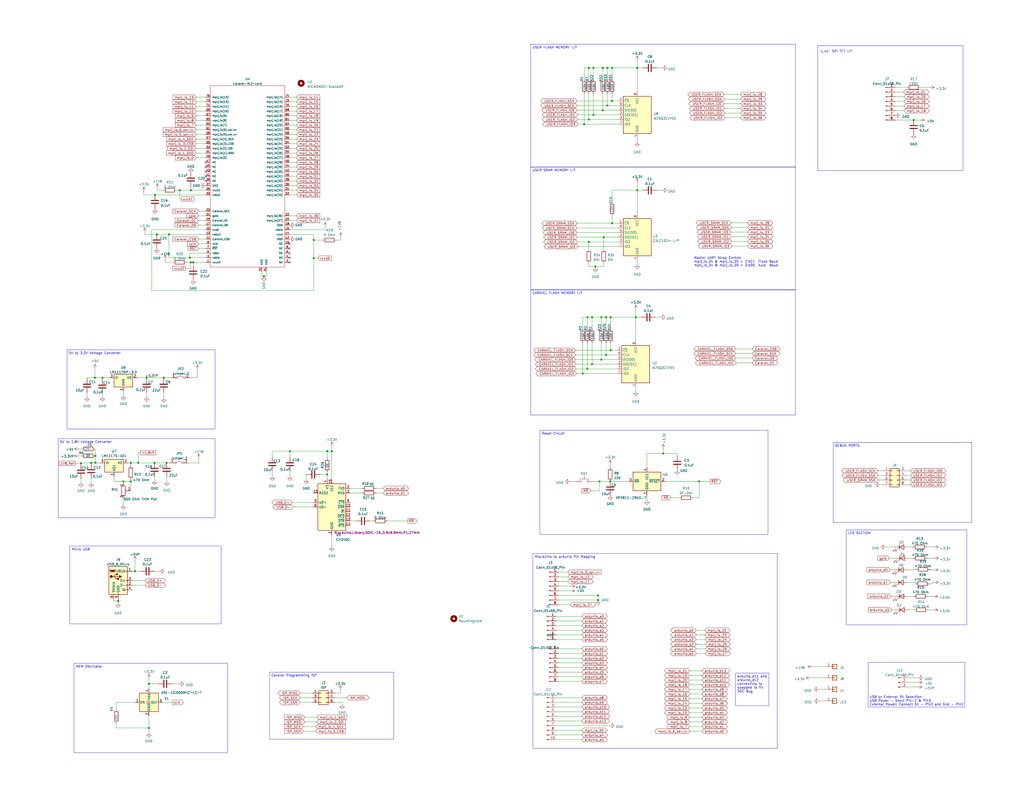
<source format=kicad_sch>
(kicad_sch (version 20230121) (generator eeschema)
  (paper "C")
  (title_block (date "2023-07-21") (rev "1.0.2"))
  (junction (at 347.726 37.084))
  (junction (at 81.28 373.38))
  (junction (at 71.374 262.89))
  (junction (at 178.562 259.08))
  (junction (at 334.01 55.118))
  (junction (at 328.93 37.084))
  (junction (at 361.95 247.65))
  (junction (at 80.01 206.248))
  (junction (at 67.31 262.89))
  (junction (at 321.31 37.084))
  (junction (at 73.66 311.912))
  (junction (at 104.14 103.886))
  (junction (at 323.088 173.228))
  (junction (at 84.582 106.426))
  (junction (at 323.85 37.084))
  (junction (at 331.47 57.658))
  (junction (at 84.328 252.73))
  (junction (at 323.85 62.738))
  (junction (at 321.31 132.08))
  (junction (at 320.548 201.422))
  (junction (at 326.39 327.66))
  (junction (at 334.01 121.92))
  (junction (at 330.708 193.802))
  (junction (at 331.47 37.084))
  (junction (at 103.632 140.716))
  (junction (at 324.866 145.542))
  (junction (at 104.14 143.256))
  (junction (at 171.196 140.97))
  (junction (at 323.088 198.882))
  (junction (at 71.374 252.73))
  (junction (at 171.196 131.064))
  (junction (at 326.39 325.12))
  (junction (at 318.77 67.818))
  (junction (at 89.408 206.248))
  (junction (at 333.248 173.228))
  (junction (at 52.07 252.73))
  (junction (at 333.248 191.262))
  (junction (at 329.438 129.54))
  (junction (at 318.008 203.962))
  (junction (at 92.202 128.016))
  (junction (at 328.93 60.198))
  (junction (at 328.168 196.342))
  (junction (at 330.708 173.228))
  (junction (at 181.102 246.38))
  (junction (at 49.784 252.73))
  (junction (at 90.932 252.73))
  (junction (at 334.01 37.084))
  (junction (at 332.994 262.89))
  (junction (at 328.168 173.228))
  (junction (at 158.242 246.38))
  (junction (at 81.28 397.51))
  (junction (at 381.508 262.89))
  (junction (at 498.602 65.532))
  (junction (at 64.516 328.168))
  (junction (at 327.152 262.89))
  (junction (at 347.726 103.886))
  (junction (at 51.816 206.248))
  (junction (at 85.598 128.016))
  (junction (at 178.562 246.38))
  (junction (at 52.07 248.92))
  (junction (at 44.196 252.984))
  (junction (at 75.438 252.73))
  (junction (at 321.31 65.278))
  (junction (at 144.018 150.876))
  (junction (at 98.044 103.886))
  (junction (at 105.41 143.256))
  (junction (at 346.964 173.228))
  (junction (at 320.548 173.228))
  (junction (at 55.88 206.248))
  (no_connect (at 112.268 96.266))
  (no_connect (at 157.988 138.176))
  (no_connect (at 112.268 88.646))
  (no_connect (at 157.988 143.256))
  (no_connect (at 112.268 98.806))
  (no_connect (at 112.268 91.186))
  (no_connect (at 157.988 140.716))
  (no_connect (at 157.988 133.096))
  (no_connect (at 112.268 93.726))
  (no_connect (at 157.988 135.636))
  (wire (pts (xy 334.01 55.118) (xy 337.566 55.118)))
  (wire (pts (xy 44.196 261.366) (xy 44.196 263.398)))
  (wire (pts (xy 161.798 106.426) (xy 157.988 106.426)))
  (wire (pts (xy 181.102 292.1) (xy 181.102 298.45)))
  (wire (pts (xy 488.442 52.832) (xy 493.268 52.832)))
  (wire (pts (xy 376.428 381.508) (xy 383.032 381.508)))
  (wire (pts (xy 47.498 206.248) (xy 51.816 206.248)))
  (wire (pts (xy 330.708 173.228) (xy 333.248 173.228)))
  (wire (pts (xy 88.9 103.886) (xy 85.852 103.886)))
  (wire (pts (xy 500.38 318.008) (xy 495.554 318.008)))
  (wire (pts (xy 376.428 386.588) (xy 383.032 386.588)))
  (wire (pts (xy 44.196 252.73) (xy 49.784 252.73)))
  (wire (pts (xy 71.374 252.73) (xy 71.374 254.254)))
  (wire (pts (xy 303.53 344.17) (xy 317.5 344.17)))
  (wire (pts (xy 89.408 214.376) (xy 89.408 217.17)))
  (wire (pts (xy 178.562 246.38) (xy 181.102 246.38)))
  (wire (pts (xy 328.93 37.084) (xy 331.47 37.084)))
  (wire (pts (xy 161.798 68.326) (xy 157.988 68.326)))
  (wire (pts (xy 304.8 320.04) (xy 311.15 320.04)))
  (wire (pts (xy 327.152 267.97) (xy 327.152 262.89)))
  (wire (pts (xy 508.762 318.77) (xy 508.762 318.008)))
  (wire (pts (xy 75.438 247.142) (xy 75.438 252.73)))
  (wire (pts (xy 161.798 73.406) (xy 157.988 73.406)))
  (wire (pts (xy 81.28 391.16) (xy 81.28 397.51)))
  (wire (pts (xy 494.538 264.668) (xy 496.824 264.668)))
  (wire (pts (xy 112.268 81.026) (xy 107.188 81.026)))
  (wire (pts (xy 303.53 393.7) (xy 317.5 393.7)))
  (wire (pts (xy 171.196 140.97) (xy 171.196 158.75)))
  (wire (pts (xy 167.132 259.08) (xy 167.132 261.62)))
  (wire (pts (xy 330.708 193.802) (xy 336.804 193.802)))
  (wire (pts (xy 495.3 375.158) (xy 500.634 375.158)))
  (wire (pts (xy 161.798 120.396) (xy 157.988 120.396)))
  (wire (pts (xy 85.598 128.016) (xy 92.202 128.016)))
  (wire (pts (xy 112.268 122.936) (xy 108.458 122.936)))
  (wire (pts (xy 479.298 259.588) (xy 481.838 259.588)))
  (wire (pts (xy 498.602 310.896) (xy 498.602 311.15)))
  (wire (pts (xy 81.28 397.51) (xy 81.28 400.05)))
  (wire (pts (xy 331.47 57.658) (xy 337.566 57.658)))
  (wire (pts (xy 496.062 332.994) (xy 498.856 332.994)))
  (wire (pts (xy 500.38 318.77) (xy 500.38 318.008)))
  (wire (pts (xy 61.976 328.168) (xy 64.516 328.168)))
  (wire (pts (xy 181.102 243.84) (xy 181.102 246.38)))
  (wire (pts (xy 304.8 312.42) (xy 309.88 312.42)))
  (wire (pts (xy 177.546 123.952) (xy 177.546 125.476)))
  (wire (pts (xy 112.268 115.316) (xy 108.458 115.316)))
  (wire (pts (xy 303.53 383.54) (xy 317.5 383.54)))
  (wire (pts (xy 304.8 372.11) (xy 317.5 372.11)))
  (wire (pts (xy 347.726 103.886) (xy 350.774 103.886)))
  (wire (pts (xy 64.516 328.168) (xy 64.516 329.184)))
  (wire (pts (xy 161.798 93.726) (xy 157.988 93.726)))
  (wire (pts (xy 303.53 341.63) (xy 317.5 341.63)))
  (wire (pts (xy 314.452 198.882) (xy 323.088 198.882)))
  (wire (pts (xy 304.8 354.33) (xy 317.5 354.33)))
  (wire (pts (xy 333.248 187.198) (xy 333.248 191.262)))
  (wire (pts (xy 171.196 131.064) (xy 171.196 140.97)))
  (wire (pts (xy 303.53 388.62) (xy 317.5 388.62)))
  (wire (pts (xy 78.994 128.016) (xy 78.994 127)))
  (wire (pts (xy 401.828 198.12) (xy 410.464 198.12)))
  (wire (pts (xy 63.5 397.51) (xy 63.5 394.97)))
  (wire (pts (xy 92.202 128.016) (xy 112.268 128.016)))
  (wire (pts (xy 303.53 398.78) (xy 317.5 398.78)))
  (wire (pts (xy 507.492 310.896) (xy 506.984 310.896)))
  (wire (pts (xy 321.31 43.434) (xy 321.31 37.084)))
  (wire (pts (xy 82.804 158.75) (xy 171.196 158.75)))
  (wire (pts (xy 395.478 61.722) (xy 404.114 61.722)))
  (wire (pts (xy 92.202 140.716) (xy 103.632 140.716)))
  (wire (pts (xy 96.52 103.886) (xy 98.044 103.886)))
  (wire (pts (xy 81.28 397.51) (xy 63.5 397.51)))
  (wire (pts (xy 51.816 206.248) (xy 55.88 206.248)))
  (wire (pts (xy 182.88 383.54) (xy 186.69 383.54)))
  (wire (pts (xy 376.428 373.888) (xy 383.032 373.888)))
  (wire (pts (xy 211.328 284.48) (xy 222.504 284.48)))
  (wire (pts (xy 376.428 399.288) (xy 383.032 399.288)))
  (wire (pts (xy 320.548 201.422) (xy 336.804 201.422)))
  (wire (pts (xy 304.8 356.87) (xy 317.5 356.87)))
  (wire (pts (xy 73.66 311.912) (xy 76.708 311.912)))
  (wire (pts (xy 47.498 214.376) (xy 47.498 216.662)))
  (wire (pts (xy 62.23 262.89) (xy 67.31 262.89)))
  (wire (pts (xy 97.79 373.38) (xy 93.98 373.38)))
  (wire (pts (xy 161.798 63.246) (xy 157.988 63.246)))
  (wire (pts (xy 205.232 266.7) (xy 209.042 266.7)))
  (wire (pts (xy 303.53 403.86) (xy 317.5 403.86)))
  (wire (pts (xy 399.034 121.666) (xy 407.924 121.666)))
  (wire (pts (xy 112.268 58.166) (xy 107.188 58.166)))
  (wire (pts (xy 71.374 262.89) (xy 71.374 267.97)))
  (wire (pts (xy 446.786 376.428) (xy 450.342 376.428)))
  (wire (pts (xy 323.85 262.89) (xy 327.152 262.89)))
  (wire (pts (xy 44.196 252.984) (xy 44.196 253.746)))
  (wire (pts (xy 73.66 311.912) (xy 72.136 311.912)))
  (wire (pts (xy 148.59 257.302) (xy 148.59 259.842)))
  (wire (pts (xy 112.268 60.706) (xy 107.188 60.706)))
  (wire (pts (xy 399.288 129.286) (xy 407.924 129.286)))
  (wire (pts (xy 43.18 245.11) (xy 44.45 245.11)))
  (wire (pts (xy 103.632 138.176) (xy 103.632 140.716)))
  (wire (pts (xy 112.268 135.636) (xy 108.458 135.636)))
  (wire (pts (xy 161.798 60.706) (xy 157.988 60.706)))
  (wire (pts (xy 112.268 78.486) (xy 107.188 78.486)))
  (wire (pts (xy 399.288 124.206) (xy 407.924 124.206)))
  (wire (pts (xy 165.608 396.748) (xy 172.212 396.748)))
  (wire (pts (xy 395.224 56.642) (xy 404.114 56.642)))
  (wire (pts (xy 321.31 132.08) (xy 321.31 136.144)))
  (wire (pts (xy 315.214 62.738) (xy 323.85 62.738)))
  (wire (pts (xy 395.478 59.182) (xy 404.114 59.182)))
  (wire (pts (xy 443.484 363.982) (xy 450.342 363.982)))
  (wire (pts (xy 90.17 141.986) (xy 90.17 143.256)))
  (wire (pts (xy 182.88 378.46) (xy 185.674 378.46)))
  (wire (pts (xy 64.516 327.152) (xy 64.516 328.168)))
  (wire (pts (xy 84.328 252.73) (xy 90.932 252.73)))
  (wire (pts (xy 112.268 63.246) (xy 107.188 63.246)))
  (wire (pts (xy 347.726 75.438) (xy 347.726 77.47)))
  (wire (pts (xy 51.816 201.422) (xy 51.816 206.248)))
  (wire (pts (xy 315.214 132.08) (xy 321.31 132.08)))
  (wire (pts (xy 104.14 94.488) (xy 104.14 94.234)))
  (wire (pts (xy 323.088 187.198) (xy 323.088 198.882)))
  (wire (pts (xy 353.06 247.65) (xy 361.95 247.65)))
  (wire (pts (xy 82.804 125.476) (xy 82.804 158.75)))
  (wire (pts (xy 328.168 179.578) (xy 328.168 173.228)))
  (wire (pts (xy 334.01 103.886) (xy 334.01 110.236)))
  (wire (pts (xy 486.41 325.628) (xy 488.188 325.628)))
  (wire (pts (xy 49.784 252.73) (xy 52.07 252.73)))
  (wire (pts (xy 303.53 349.25) (xy 317.5 349.25)))
  (wire (pts (xy 71.374 261.874) (xy 71.374 262.89)))
  (wire (pts (xy 104.14 143.256) (xy 105.41 143.256)))
  (wire (pts (xy 346.964 169.164) (xy 346.964 173.228)))
  (wire (pts (xy 112.268 120.396) (xy 108.458 120.396)))
  (wire (pts (xy 495.3 370.078) (xy 500.888 370.078)))
  (wire (pts (xy 161.798 117.856) (xy 157.988 117.856)))
  (wire (pts (xy 323.85 37.084) (xy 323.85 43.434)))
  (wire (pts (xy 71.374 267.97) (xy 71.12 267.97)))
  (wire (pts (xy 353.06 270.51) (xy 353.06 273.05)))
  (wire (pts (xy 161.798 88.646) (xy 157.988 88.646)))
  (wire (pts (xy 318.008 203.962) (xy 336.804 203.962)))
  (wire (pts (xy 163.83 383.54) (xy 170.18 383.54)))
  (wire (pts (xy 314.96 57.658) (xy 331.47 57.658)))
  (wire (pts (xy 67.31 213.868) (xy 67.31 215.9)))
  (wire (pts (xy 112.268 55.626) (xy 107.188 55.626)))
  (wire (pts (xy 318.008 187.198) (xy 318.008 203.962)))
  (wire (pts (xy 314.198 193.802) (xy 330.708 193.802)))
  (wire (pts (xy 159.512 274.32) (xy 170.942 274.32)))
  (wire (pts (xy 501.904 65.532) (xy 498.602 65.532)))
  (wire (pts (xy 304.8 330.2) (xy 311.15 330.2)))
  (wire (pts (xy 381.508 262.89) (xy 387.604 262.89)))
  (wire (pts (xy 378.206 271.78) (xy 381.508 271.78)))
  (wire (pts (xy 486.664 332.994) (xy 488.442 332.994)))
  (wire (pts (xy 395.732 64.262) (xy 404.114 64.262)))
  (wire (pts (xy 67.31 262.89) (xy 67.31 264.16)))
  (wire (pts (xy 112.268 86.106) (xy 107.188 86.106)))
  (wire (pts (xy 318.77 37.084) (xy 321.31 37.084)))
  (wire (pts (xy 185.674 378.46) (xy 185.674 376.936)))
  (wire (pts (xy 379.984 349.25) (xy 384.81 349.25)))
  (wire (pts (xy 328.168 173.228) (xy 330.708 173.228)))
  (wire (pts (xy 191.262 284.48) (xy 194.31 284.48)))
  (wire (pts (xy 500.38 318.77) (xy 499.618 318.77)))
  (wire (pts (xy 84.328 311.912) (xy 87.122 311.912)))
  (wire (pts (xy 181.102 246.38) (xy 181.102 261.62)))
  (wire (pts (xy 174.752 259.08) (xy 178.562 259.08)))
  (wire (pts (xy 85.852 103.886) (xy 85.852 102.87)))
  (wire (pts (xy 507.238 318.77) (xy 508.762 318.77)))
  (wire (pts (xy 401.574 190.5) (xy 410.464 190.5)))
  (wire (pts (xy 72.136 316.992) (xy 79.248 316.992)))
  (wire (pts (xy 506.476 332.994) (xy 509.27 332.994)))
  (wire (pts (xy 328.168 196.342) (xy 336.804 196.342)))
  (wire (pts (xy 488.442 57.912) (xy 493.268 57.912)))
  (wire (pts (xy 112.268 65.786) (xy 107.188 65.786)))
  (wire (pts (xy 78.486 106.426) (xy 84.582 106.426)))
  (wire (pts (xy 304.8 327.66) (xy 326.39 327.66)))
  (wire (pts (xy 55.88 206.248) (xy 59.69 206.248)))
  (wire (pts (xy 185.928 131.064) (xy 183.642 131.064)))
  (wire (pts (xy 318.008 173.228) (xy 318.008 179.578)))
  (wire (pts (xy 63.5 383.54) (xy 73.66 383.54)))
  (wire (pts (xy 178.562 246.38) (xy 178.562 250.19)))
  (wire (pts (xy 182.88 381) (xy 189.23 381)))
  (wire (pts (xy 105.41 143.256) (xy 112.268 143.256)))
  (wire (pts (xy 498.602 310.896) (xy 499.872 310.896)))
  (wire (pts (xy 314.96 121.92) (xy 334.01 121.92)))
  (wire (pts (xy 376.428 396.748) (xy 383.032 396.748)))
  (wire (pts (xy 323.85 62.738) (xy 337.566 62.738)))
  (wire (pts (xy 320.548 173.228) (xy 323.088 173.228)))
  (wire (pts (xy 328.93 60.198) (xy 337.566 60.198)))
  (wire (pts (xy 331.47 37.084) (xy 334.01 37.084)))
  (wire (pts (xy 160.02 276.86) (xy 170.942 276.86)))
  (wire (pts (xy 303.53 381) (xy 317.5 381)))
  (wire (pts (xy 205.232 269.24) (xy 209.042 269.24)))
  (wire (pts (xy 331.47 51.054) (xy 331.47 57.658)))
  (wire (pts (xy 494.538 259.588) (xy 496.824 259.588)))
  (wire (pts (xy 314.198 191.262) (xy 333.248 191.262)))
  (wire (pts (xy 495.3 372.618) (xy 500.634 372.618)))
  (wire (pts (xy 161.798 53.086) (xy 157.988 53.086)))
  (wire (pts (xy 161.798 96.266) (xy 157.988 96.266)))
  (wire (pts (xy 62.23 260.35) (xy 62.23 262.89)))
  (wire (pts (xy 201.93 284.48) (xy 203.708 284.48)))
  (wire (pts (xy 327.152 262.89) (xy 332.994 262.89)))
  (wire (pts (xy 379.984 344.17) (xy 384.556 344.17)))
  (wire (pts (xy 488.442 60.452) (xy 493.268 60.452)))
  (wire (pts (xy 363.22 262.89) (xy 381.508 262.89)))
  (wire (pts (xy 311.15 262.89) (xy 313.69 262.89)))
  (wire (pts (xy 84.328 260.35) (xy 84.328 262.128)))
  (wire (pts (xy 161.798 101.346) (xy 157.988 101.346)))
  (wire (pts (xy 479.298 257.048) (xy 481.838 257.048)))
  (wire (pts (xy 318.008 173.228) (xy 320.548 173.228)))
  (wire (pts (xy 357.632 173.228) (xy 360.426 173.228)))
  (wire (pts (xy 379.984 354.33) (xy 384.81 354.33)))
  (wire (pts (xy 112.268 83.566) (xy 107.188 83.566)))
  (wire (pts (xy 72.136 319.532) (xy 79.248 319.532)))
  (wire (pts (xy 488.442 55.372) (xy 493.268 55.372)))
  (wire (pts (xy 78.486 106.426) (xy 78.486 104.648)))
  (wire (pts (xy 506.984 310.896) (xy 506.984 311.15)))
  (wire (pts (xy 334.01 103.886) (xy 347.726 103.886)))
  (wire (pts (xy 186.69 383.54) (xy 186.69 384.556)))
  (wire (pts (xy 158.242 257.302) (xy 158.242 259.842)))
  (wire (pts (xy 447.04 382.778) (xy 450.342 382.778)))
  (wire (pts (xy 84.582 106.426) (xy 112.268 106.426)))
  (wire (pts (xy 395.224 51.562) (xy 404.114 51.562)))
  (wire (pts (xy 379.984 351.79) (xy 384.81 351.79)))
  (wire (pts (xy 321.31 132.08) (xy 337.566 132.08)))
  (wire (pts (xy 508.762 318.008) (xy 509.524 318.008)))
  (wire (pts (xy 142.748 150.876) (xy 142.748 148.336)))
  (wire (pts (xy 98.044 103.886) (xy 98.044 108.712)))
  (wire (pts (xy 329.438 143.764) (xy 329.438 145.542)))
  (wire (pts (xy 104.14 146.558) (xy 104.14 143.256)))
  (wire (pts (xy 161.798 81.026) (xy 157.988 81.026)))
  (wire (pts (xy 315.468 134.62) (xy 337.566 134.62)))
  (wire (pts (xy 107.696 206.248) (xy 103.632 206.248)))
  (wire (pts (xy 166.37 394.208) (xy 172.974 394.208)))
  (wire (pts (xy 304.8 317.5) (xy 309.88 317.5)))
  (wire (pts (xy 320.548 179.578) (xy 320.548 173.228)))
  (wire (pts (xy 328.93 51.054) (xy 328.93 60.198)))
  (wire (pts (xy 358.394 37.084) (xy 361.188 37.084)))
  (wire (pts (xy 166.37 391.668) (xy 172.974 391.668)))
  (wire (pts (xy 323.088 198.882) (xy 336.804 198.882)))
  (wire (pts (xy 321.31 143.764) (xy 321.31 145.542)))
  (wire (pts (xy 73.66 306.324) (xy 73.66 311.912)))
  (wire (pts (xy 346.964 211.582) (xy 346.964 213.614)))
  (wire (pts (xy 89.408 206.248) (xy 93.472 206.248)))
  (wire (pts (xy 324.866 145.542) (xy 324.866 146.05)))
  (wire (pts (xy 303.53 339.09) (xy 317.5 339.09)))
  (wire (pts (xy 347.726 142.24) (xy 347.726 144.272)))
  (wire (pts (xy 315.214 65.278) (xy 321.31 65.278)))
  (wire (pts (xy 353.06 255.27) (xy 353.06 247.65)))
  (wire (pts (xy 333.248 173.228) (xy 346.964 173.228)))
  (wire (pts (xy 506.984 311.15) (xy 509.524 311.15)))
  (wire (pts (xy 81.28 373.38) (xy 81.28 375.92)))
  (wire (pts (xy 323.85 37.084) (xy 328.93 37.084)))
  (wire (pts (xy 347.726 33.02) (xy 347.726 37.084)))
  (wire (pts (xy 333.248 173.228) (xy 333.248 179.578)))
  (wire (pts (xy 334.01 117.856) (xy 334.01 121.92)))
  (wire (pts (xy 185.928 129.54) (xy 185.928 131.064)))
  (wire (pts (xy 376.428 394.208) (xy 383.032 394.208)))
  (wire (pts (xy 303.53 336.55) (xy 317.5 336.55)))
  (wire (pts (xy 326.39 327.66) (xy 326.39 325.12)))
  (wire (pts (xy 304.8 325.12) (xy 326.39 325.12)))
  (wire (pts (xy 326.39 325.12) (xy 326.39 324.993)))
  (wire (pts (xy 171.196 131.064) (xy 171.196 128.016)))
  (wire (pts (xy 112.268 75.946) (xy 107.188 75.946)))
  (wire (pts (xy 485.902 311.15) (xy 487.934 311.15)))
  (wire (pts (xy 323.088 173.228) (xy 323.088 179.578)))
  (wire (pts (xy 314.198 196.342) (xy 328.168 196.342)))
  (wire (pts (xy 44.196 252.73) (xy 44.196 252.984)))
  (wire (pts (xy 148.59 249.682) (xy 148.59 246.38)))
  (wire (pts (xy 318.77 37.084) (xy 318.77 43.434)))
  (wire (pts (xy 90.932 252.73) (xy 92.71 252.73)))
  (wire (pts (xy 80.01 214.376) (xy 80.01 216.662)))
  (wire (pts (xy 376.428 384.048) (xy 383.032 384.048)))
  (wire (pts (xy 315.214 129.54) (xy 329.438 129.54)))
  (wire (pts (xy 399.542 134.366) (xy 407.924 134.366)))
  (wire (pts (xy 321.31 37.084) (xy 323.85 37.084)))
  (wire (pts (xy 320.548 187.198) (xy 320.548 201.422)))
  (wire (pts (xy 158.242 246.38) (xy 178.562 246.38)))
  (wire (pts (xy 366.268 271.78) (xy 370.586 271.78)))
  (wire (pts (xy 332.994 262.89) (xy 342.9 262.89)))
  (wire (pts (xy 496.062 304.8) (xy 498.348 304.8)))
  (wire (pts (xy 376.428 389.128) (xy 383.032 389.128)))
  (wire (pts (xy 55.88 214.884) (xy 55.88 216.662)))
  (wire (pts (xy 324.866 145.542) (xy 329.438 145.542)))
  (wire (pts (xy 322.58 267.97) (xy 327.152 267.97)))
  (wire (pts (xy 103.632 140.716) (xy 112.268 140.716)))
  (wire (pts (xy 145.288 148.336) (xy 145.288 150.876)))
  (wire (pts (xy 104.14 103.886) (xy 112.268 103.886)))
  (wire (pts (xy 376.428 376.428) (xy 383.032 376.428)))
  (wire (pts (xy 112.268 73.406) (xy 107.188 73.406)))
  (wire (pts (xy 399.034 126.746) (xy 407.924 126.746)))
  (wire (pts (xy 347.726 99.822) (xy 347.726 103.886)))
  (wire (pts (xy 495.808 325.628) (xy 498.602 325.628)))
  (wire (pts (xy 347.726 37.084) (xy 350.774 37.084)))
  (wire (pts (xy 318.77 67.818) (xy 337.566 67.818)))
  (wire (pts (xy 304.8 314.96) (xy 309.88 314.96)))
  (wire (pts (xy 498.602 311.15) (xy 495.554 311.15)))
  (wire (pts (xy 101.854 143.256) (xy 104.14 143.256)))
  (wire (pts (xy 107.696 201.93) (xy 107.696 206.248)))
  (wire (pts (xy 494.538 262.128) (xy 496.824 262.128)))
  (wire (pts (xy 442.468 370.078) (xy 450.342 370.078)))
  (wire (pts (xy 108.458 250.444) (xy 108.458 252.73)))
  (wire (pts (xy 76.708 247.142) (xy 75.438 247.142)))
  (wire (pts (xy 98.044 108.712) (xy 99.06 108.712)))
  (wire (pts (xy 178.562 259.08) (xy 178.562 261.62)))
  (wire (pts (xy 303.53 346.71) (xy 317.5 346.71)))
  (wire (pts (xy 52.07 252.73) (xy 54.61 252.73)))
  (wire (pts (xy 323.088 173.228) (xy 328.168 173.228)))
  (wire (pts (xy 328.93 43.434) (xy 328.93 37.084)))
  (wire (pts (xy 304.8 361.95) (xy 317.5 361.95)))
  (wire (pts (xy 304.8 359.41) (xy 317.5 359.41)))
  (wire (pts (xy 502.412 47.752) (xy 507.238 47.752)))
  (wire (pts (xy 82.804 125.476) (xy 112.268 125.476)))
  (wire (pts (xy 112.268 130.556) (xy 108.458 130.556)))
  (wire (pts (xy 347.726 116.84) (xy 347.726 103.886)))
  (wire (pts (xy 165.608 399.288) (xy 172.212 399.288)))
  (wire (pts (xy 485.902 318.008) (xy 487.934 318.008)))
  (wire (pts (xy 321.31 65.278) (xy 337.566 65.278)))
  (wire (pts (xy 314.96 60.198) (xy 328.93 60.198)))
  (wire (pts (xy 485.394 304.8) (xy 488.442 304.8)))
  (wire (pts (xy 323.85 51.054) (xy 323.85 62.738)))
  (wire (pts (xy 98.044 103.886) (xy 104.14 103.886)))
  (wire (pts (xy 69.85 252.73) (xy 71.374 252.73)))
  (wire (pts (xy 52.07 248.92) (xy 52.07 252.73)))
  (wire (pts (xy 161.798 83.566) (xy 157.988 83.566)))
  (wire (pts (xy 334.01 51.054) (xy 334.01 55.118)))
  (wire (pts (xy 505.714 298.704) (xy 509.524 298.704)))
  (wire (pts (xy 303.53 396.24) (xy 332.74 396.24)))
  (wire (pts (xy 80.01 206.248) (xy 80.01 206.756)))
  (wire (pts (xy 328.168 187.198) (xy 328.168 196.342)))
  (wire (pts (xy 163.83 381) (xy 170.18 381)))
  (wire (pts (xy 161.798 55.626) (xy 157.988 55.626)))
  (wire (pts (xy 191.262 269.24) (xy 197.612 269.24)))
  (wire (pts (xy 158.242 249.682) (xy 158.242 246.38)))
  (wire (pts (xy 92.202 140.716) (xy 92.202 128.016)))
  (wire (pts (xy 329.438 136.144) (xy 329.438 129.54)))
  (wire (pts (xy 161.798 78.486) (xy 157.988 78.486)))
  (wire (pts (xy 90.932 260.35) (xy 90.932 262.636)))
  (wire (pts (xy 369.57 247.65) (xy 369.57 248.92)))
  (wire (pts (xy 331.47 37.084) (xy 331.47 43.434)))
  (wire (pts (xy 479.298 262.128) (xy 481.838 262.128)))
  (wire (pts (xy 395.478 54.102) (xy 404.114 54.102)))
  (wire (pts (xy 376.428 378.968) (xy 383.032 378.968)))
  (wire (pts (xy 163.83 378.46) (xy 170.18 378.46)))
  (wire (pts (xy 361.95 245.11) (xy 361.95 247.65)))
  (wire (pts (xy 67.31 271.78) (xy 67.31 275.59)))
  (wire (pts (xy 376.428 371.348) (xy 383.032 371.348)))
  (wire (pts (xy 483.362 298.704) (xy 488.188 298.704)))
  (wire (pts (xy 108.458 252.73) (xy 102.87 252.73)))
  (wire (pts (xy 329.438 129.54) (xy 337.566 129.54)))
  (wire (pts (xy 81.28 370.586) (xy 81.28 373.38)))
  (wire (pts (xy 105.41 143.256) (xy 105.41 145.034)))
  (wire (pts (xy 304.8 364.49) (xy 317.5 364.49)))
  (wire (pts (xy 112.268 68.326) (xy 107.188 68.326)))
  (wire (pts (xy 161.798 98.806) (xy 157.988 98.806)))
  (wire (pts (xy 148.59 246.38) (xy 158.242 246.38)))
  (wire (pts (xy 304.8 369.57) (xy 317.5 369.57)))
  (wire (pts (xy 347.726 50.038) (xy 347.726 37.084)))
  (wire (pts (xy 330.708 173.228) (xy 330.708 179.578)))
  (wire (pts (xy 505.968 304.8) (xy 509.524 304.8)))
  (wire (pts (xy 376.428 391.668) (xy 383.032 391.668)))
  (wire (pts (xy 103.632 138.176) (xy 112.268 138.176)))
  (wire (pts (xy 303.53 386.08) (xy 317.5 386.08)))
  (wire (pts (xy 314.96 55.118) (xy 334.01 55.118)))
  (wire (pts (xy 89.408 206.248) (xy 89.408 206.756)))
  (wire (pts (xy 346.964 173.228) (xy 350.012 173.228)))
  (wire (pts (xy 334.01 121.92) (xy 337.566 121.92)))
  (wire (pts (xy 401.574 193.04) (xy 410.464 193.04)))
  (wire (pts (xy 498.602 65.532) (xy 488.442 65.532)))
  (wire (pts (xy 112.268 70.866) (xy 107.188 70.866)))
  (wire (pts (xy 88.9 383.54) (xy 93.98 383.54)))
  (wire (pts (xy 304.8 367.03) (xy 317.5 367.03)))
  (wire (pts (xy 314.96 124.46) (xy 337.566 124.46)))
  (wire (pts (xy 376.428 366.268) (xy 383.032 366.268)))
  (wire (pts (xy 47.498 206.756) (xy 47.498 206.248)))
  (wire (pts (xy 161.798 91.186) (xy 157.988 91.186)))
  (wire (pts (xy 81.28 373.38) (xy 86.36 373.38)))
  (wire (pts (xy 494.538 257.048) (xy 496.824 257.048)))
  (wire (pts (xy 157.988 128.016) (xy 171.196 128.016)))
  (wire (pts (xy 90.17 143.256) (xy 94.234 143.256)))
  (wire (pts (xy 178.562 257.81) (xy 178.562 259.08)))
  (wire (pts (xy 52.07 245.11) (xy 52.07 248.92)))
  (wire (pts (xy 333.248 191.262) (xy 336.804 191.262)))
  (wire (pts (xy 157.988 125.476) (xy 177.546 125.476)))
  (wire (pts (xy 161.798 103.886) (xy 157.988 103.886)))
  (wire (pts (xy 161.798 65.786) (xy 157.988 65.786)))
  (wire (pts (xy 304.8 322.58) (xy 311.15 322.58)))
  (wire (pts (xy 171.196 131.064) (xy 176.022 131.064)))
  (wire (pts (xy 330.708 187.198) (xy 330.708 193.802)))
  (wire (pts (xy 63.5 383.54) (xy 63.5 387.35)))
  (wire (pts (xy 67.31 262.89) (xy 71.374 262.89)))
  (wire (pts (xy 321.31 51.054) (xy 321.31 65.278)))
  (wire (pts (xy 376.428 368.808) (xy 383.032 368.808)))
  (wire (pts (xy 361.95 247.65) (xy 369.57 247.65)))
  (wire (pts (xy 488.442 50.292) (xy 493.014 50.292)))
  (wire (pts (xy 104.14 101.854) (xy 104.14 103.886)))
  (wire (pts (xy 101.092 146.558) (xy 104.14 146.558)))
  (wire (pts (xy 112.268 53.086) (xy 107.188 53.086)))
  (wire (pts (xy 314.452 201.422) (xy 320.548 201.422)))
  (wire (pts (xy 303.53 391.16) (xy 317.5 391.16)))
  (wire (pts (xy 74.93 206.248) (xy 80.01 206.248)))
  (wire (pts (xy 399.288 131.826) (xy 407.924 131.826)))
  (wire (pts (xy 161.798 86.106) (xy 157.988 86.106)))
  (wire (pts (xy 334.01 37.084) (xy 334.01 43.434)))
  (wire (pts (xy 321.31 145.542) (xy 324.866 145.542)))
  (wire (pts (xy 488.442 47.752) (xy 494.792 47.752)))
  (wire (pts (xy 41.148 252.984) (xy 44.196 252.984)))
  (wire (pts (xy 144.018 150.876) (xy 142.748 150.876)))
  (wire (pts (xy 78.994 128.016) (xy 85.598 128.016)))
  (wire (pts (xy 145.288 150.876) (xy 144.018 150.876)))
  (wire (pts (xy 318.77 51.054) (xy 318.77 67.818)))
  (wire (pts (xy 480.314 264.668) (xy 481.838 264.668)))
  (wire (pts (xy 381.508 271.78) (xy 381.508 262.89)))
  (wire (pts (xy 173.99 140.97) (xy 171.196 140.97)))
  (wire (pts (xy 315.468 67.818) (xy 318.77 67.818)))
  (wire (pts (xy 379.984 356.87) (xy 384.81 356.87)))
  (wire (pts (xy 80.01 206.248) (xy 89.408 206.248)))
  (wire (pts (xy 112.268 133.096) (xy 108.458 133.096)))
  (wire (pts (xy 334.01 37.084) (xy 347.726 37.084)))
  (wire (pts (xy 161.798 70.866) (xy 157.988 70.866)))
  (wire (pts (xy 314.706 203.962) (xy 318.008 203.962)))
  (wire (pts (xy 379.984 346.71) (xy 384.556 346.71)))
  (wire (pts (xy 61.976 327.152) (xy 61.976 328.168)))
  (wire (pts (xy 75.438 252.73) (xy 84.328 252.73)))
  (wire (pts (xy 161.798 58.166) (xy 157.988 58.166)))
  (wire (pts (xy 161.798 75.946) (xy 157.988 75.946)))
  (wire (pts (xy 314.96 127) (xy 337.566 127)))
  (wire (pts (xy 191.262 266.7) (xy 197.612 266.7)))
  (wire (pts (xy 495.808 298.704) (xy 498.094 298.704)))
  (wire (pts (xy 332.994 253.746) (xy 332.994 255.27)))
  (wire (pts (xy 49.784 261.112) (xy 49.784 263.398)))
  (wire (pts (xy 43.18 248.92) (xy 44.45 248.92)))
  (wire (pts (xy 346.964 186.182) (xy 346.964 173.228)))
  (wire (pts (xy 506.222 325.628) (xy 509.27 325.628)))
  (wire (pts (xy 401.574 195.58) (xy 410.464 195.58)))
  (wire (pts (xy 71.374 252.73) (xy 75.438 252.73)))
  (wire (pts (xy 49.784 253.492) (xy 49.784 252.73)))
  (wire (pts (xy 303.53 401.32) (xy 317.5 401.32)))
  (wire (pts (xy 112.268 117.856) (xy 108.458 117.856)))
  (wire (pts (xy 55.88 207.264) (xy 55.88 206.248)))
  (wire (pts (xy 358.394 103.886) (xy 361.188 103.886)))
  (rectangle (start 473.71 361.696) (end 526.542 386.08))
  (rectangle (start 446.278 24.892) (end 525.526 93.218))
  (text_box "MEM OScillator" (at 40.386 362.204 0) (size 83.82 48.768) (effects (font (size 1.27 1.27)) (justify left top)))
  (text_box "5V to 3.3V Voltage Converter" (at 36.576 191.008 0) (size 80.772 43.18) (effects (font (size 1.27 1.27)) (justify left top)))
  (text_box "LED SECTION" (at 461.772 289.306 0) (size 65.786 51.816) (effects (font (size 1.27 1.27)) (justify left top)))
  (text_box "Riscduino to ardunio Pin Mapping" (at 290.83 302.26 0) (size 133.35 106.426) (effects (font (size 1.27 1.27)) (justify left top)))
  (text_box "Micro USB" (at 38.1 298.196 0) (size 82.55 42.418) (effects (font (size 1.27 1.27)) (justify left top)))
  (text_box "arduino_d11 and arduino_d12 connectivty to swapped to fix SOC Bug" (at 401.32 367.538 0) (size 18.288 17.78) (effects (font (size 1.27 1.27)) (justify left top)))
  (text_box "USER SRAM MEMORY I/F" (at 289.56 91.186 0) (size 144.526 67.056) (effects (font (size 1.27 1.27)) (justify left top)))
  (text_box "DEBUG PORTS" (at 454.66 241.554 0) (size 75.692 43.688) (effects (font (size 1.27 1.27)) (justify left top)))
  (text_box "Caravel Programming ISP" (at 147.066 367.03 0) (size 67.818 36.576) (effects (font (size 1.27 1.27)) (justify left top)))
  (text_box "USER FLASH MEMORY I/F" (at 289.56 24.13 0) (size 144.526 67.056) (effects (font (size 1.27 1.27)) (justify left top)))
  (text_box "5V to 1.8V Voltage Converter" (at 31.75 239.522 0) (size 85.598 43.18) (effects (font (size 1.27 1.27)) (justify left top)))
  (text_box "Reset Circuit" (at 294.64 234.95 0) (size 124.46 56.896) (effects (font (size 1.27 1.27)) (justify left top)))
  (text_box "CARAVEL FLASH MEMORY I/F" (at 289.56 158.242 0) (size 144.526 68.326) (effects (font (size 1.27 1.27)) (justify left top)))
  (text "USB or External 5V Selection\nUSB Power - Short Pin-2 & Pin3\nExternal Power: Connect 5V - Pin2 and Gnd - Pin1" (at 474.472 385.572 0) (effects (font (size 1.27 1.27)) (justify left bottom)))
  (text "1.44\" SPI TFT I/F" (at 447.802 28.956 0) (effects (font (size 1.27 1.27)) (justify left bottom)))
  (text "Master UART Strap Control\nmprj_io_34 & mprj_io_35 = 2'b11  Fixed Baud\nmprj_io_34 & mprj_io_35 = 2'b00  Auto  Baud" (at 378.714 145.796 0) (effects (font (size 1.27 1.27)) (justify left bottom)))
  (label "+3.3VP" (at 79.248 206.248 0))
  (global_label "USER_FLASH_SCK" (shape bidirectional) (at 395.224 51.562 180) (property "Intersheetrefs" "${INTERSHEET_REFS}" (effects hide)))
  (global_label "ardunio_d1" (shape input) (at 485.902 318.008 180) (property "Intersheetrefs" "${INTERSHEET_REFS}" (effects hide)))
  (global_label "USER_FLASH_SSN" (shape bidirectional) (at 314.96 55.118 180) (property "Intersheetrefs" "${INTERSHEET_REFS}" (effects hide)))
  (global_label "Caravel_CSB" (shape input) (at 108.458 130.556 180) (property "Intersheetrefs" "${INTERSHEET_REFS}" (effects hide)))
  (global_label "mprj_io_15" (shape input) (at 161.798 55.626 0) (property "Intersheetrefs" "${INTERSHEET_REFS}" (effects hide)))
  (global_label "ardunio_d4" (shape bidirectional) (at 317.5 364.49 0) (property "Intersheetrefs" "${INTERSHEET_REFS}" (effects hide)))
  (global_label "ardunio_d6" (shape bidirectional) (at 383.032 384.048 0) (property "Intersheetrefs" "${INTERSHEET_REFS}" (effects hide)))
  (global_label "mprj_io_24" (shape bidirectional) (at 384.81 349.25 0) (property "Intersheetrefs" "${INTERSHEET_REFS}" (effects hide)))
  (global_label "ISP_MISO" (shape bidirectional) (at 163.83 378.46 180) (property "Intersheetrefs" "${INTERSHEET_REFS}" (effects hide)))
  (global_label "mprj_io_22" (shape input) (at 161.798 73.406 0) (property "Intersheetrefs" "${INTERSHEET_REFS}" (effects hide)))
  (global_label "vccd1" (shape passive) (at 99.06 108.712 0) (property "Intersheetrefs" "${INTERSHEET_REFS}" (effects hide)))
  (global_label "mprj_io_16" (shape input) (at 161.798 58.166 0) (property "Intersheetrefs" "${INTERSHEET_REFS}" (effects hide)))
  (global_label "Caravel_D0" (shape input) (at 108.458 122.936 180) (property "Intersheetrefs" "${INTERSHEET_REFS}" (effects hide)))
  (global_label "ardunio_d1" (shape bidirectional) (at 383.032 396.748 0) (property "Intersheetrefs" "${INTERSHEET_REFS}" (effects hide)))
  (global_label "USER_FLASH_SCK" (shape bidirectional) (at 479.298 257.048 180) (property "Intersheetrefs" "${INTERSHEET_REFS}" (effects hide)))
  (global_label "mprj_io_25" (shape input) (at 161.798 81.026 0) (property "Intersheetrefs" "${INTERSHEET_REFS}" (effects hide)))
  (global_label "Caravel_D1" (shape input) (at 108.458 120.396 180) (property "Intersheetrefs" "${INTERSHEET_REFS}" (effects hide)))
  (global_label "mprj_io_16" (shape bidirectional) (at 376.428 378.968 180) (property "Intersheetrefs" "${INTERSHEET_REFS}" (effects hide)))
  (global_label "ardunio_a1" (shape bidirectional) (at 379.984 346.71 180) (property "Intersheetrefs" "${INTERSHEET_REFS}" (effects hide)))
  (global_label "USB_D-" (shape bidirectional) (at 79.248 319.532 0) (property "Intersheetrefs" "${INTERSHEET_REFS}" (effects hide)))
  (global_label "mprj_io_22" (shape bidirectional) (at 384.556 344.17 0) (property "Intersheetrefs" "${INTERSHEET_REFS}" (effects hide)))
  (global_label "ISP_SCK" (shape bidirectional) (at 163.83 381 180) (property "Intersheetrefs" "${INTERSHEET_REFS}" (effects hide)))
  (global_label "mprj_io_24" (shape input) (at 161.798 78.486 0) (property "Intersheetrefs" "${INTERSHEET_REFS}" (effects hide)))
  (global_label "ardunio_d1" (shape bidirectional) (at 209.042 269.24 0) (property "Intersheetrefs" "${INTERSHEET_REFS}" (effects hide)))
  (global_label "USER_FLASH_SSN" (shape bidirectional) (at 395.478 54.102 180) (property "Intersheetrefs" "${INTERSHEET_REFS}" (effects hide)))
  (global_label "1V8_Ref" (shape passive) (at 41.148 252.984 180) (property "Intersheetrefs" "${INTERSHEET_REFS}" (effects hide)))
  (global_label "mprj_io_17" (shape bidirectional) (at 493.268 57.912 0) (property "Intersheetrefs" "${INTERSHEET_REFS}" (effects hide)))
  (global_label "ardunio_a3" (shape bidirectional) (at 379.984 351.79 180) (property "Intersheetrefs" "${INTERSHEET_REFS}" (effects hide)))
  (global_label "mprj_io_6_ser_tx" (shape bidirectional) (at 376.428 399.288 180) (property "Intersheetrefs" "${INTERSHEET_REFS}" (effects hide)))
  (global_label "mprj_io_7" (shape bidirectional) (at 376.428 396.748 180) (property "Intersheetrefs" "${INTERSHEET_REFS}" (effects hide)))
  (global_label "mprj_io_35" (shape input) (at 161.798 106.426 0) (property "Intersheetrefs" "${INTERSHEET_REFS}" (effects hide)))
  (global_label "mprj_io_28" (shape bidirectional) (at 404.114 51.562 0) (property "Intersheetrefs" "${INTERSHEET_REFS}" (effects hide)))
  (global_label "mprj_io_5_ser_rx" (shape input) (at 309.88 312.42 0) (property "Intersheetrefs" "${INTERSHEET_REFS}" (effects hide)))
  (global_label "mprj_io_8" (shape bidirectional) (at 376.428 394.208 180) (property "Intersheetrefs" "${INTERSHEET_REFS}" (effects hide)))
  (global_label "~{MR}" (shape input) (at 366.268 271.78 180) (property "Intersheetrefs" "${INTERSHEET_REFS}" (effects hide)))
  (global_label "mprj_io_25" (shape bidirectional) (at 384.81 351.79 0) (property "Intersheetrefs" "${INTERSHEET_REFS}" (effects hide)))
  (global_label "mprj_io_7" (shape input) (at 107.188 68.326 180) (property "Intersheetrefs" "${INTERSHEET_REFS}" (effects hide)))
  (global_label "ardunio_d2" (shape bidirectional) (at 317.5 359.41 0) (property "Intersheetrefs" "${INTERSHEET_REFS}" (effects hide)))
  (global_label "ardunio_d11" (shape bidirectional) (at 383.032 371.348 0) (property "Intersheetrefs" "${INTERSHEET_REFS}" (effects hide)))
  (global_label "ardunio_a5" (shape bidirectional) (at 379.984 356.87 180) (property "Intersheetrefs" "${INTERSHEET_REFS}" (effects hide)))
  (global_label "USER_FLASH_IO2" (shape bidirectional) (at 395.478 61.722 180) (property "Intersheetrefs" "${INTERSHEET_REFS}" (effects hide)))
  (global_label "mprj_io_23" (shape input) (at 161.798 75.946 0) (property "Intersheetrefs" "${INTERSHEET_REFS}" (effects hide)))
  (global_label "mprj_io_2_SDI" (shape input) (at 172.974 394.208 0) (property "Intersheetrefs" "${INTERSHEET_REFS}" (effects hide)))
  (global_label "mprj_io_0" (shape input) (at 107.188 86.106 180) (property "Intersheetrefs" "${INTERSHEET_REFS}" (effects hide)))
  (global_label "USER_SRAM_SSN" (shape bidirectional) (at 399.288 124.206 180) (property "Intersheetrefs" "${INTERSHEET_REFS}" (effects hide)))
  (global_label "ISP_SCK" (shape input) (at 165.608 396.748 180) (property "Intersheetrefs" "${INTERSHEET_REFS}" (effects hide)))
  (global_label "mprj_io_18" (shape input) (at 161.798 63.246 0) (property "Intersheetrefs" "${INTERSHEET_REFS}" (effects hide)))
  (global_label "CARAVEL_FLASH_IO1" (shape bidirectional) (at 401.828 198.12 180) (property "Intersheetrefs" "${INTERSHEET_REFS}" (effects hide)))
  (global_label "mprj_io_29" (shape bidirectional) (at 404.114 54.102 0) (property "Intersheetrefs" "${INTERSHEET_REFS}" (effects hide)))
  (global_label "mprj_io_35" (shape bidirectional) (at 404.114 61.722 0) (property "Intersheetrefs" "${INTERSHEET_REFS}" (effects hide)))
  (global_label "USB_D+" (shape bidirectional) (at 79.248 316.992 0) (property "Intersheetrefs" "${INTERSHEET_REFS}" (effects hide)))
  (global_label "mprj_io_20" (shape input) (at 161.798 68.326 0) (property "Intersheetrefs" "${INTERSHEET_REFS}" (effects hide)))
  (global_label "USER_FLASH_IO1" (shape bidirectional) (at 395.478 59.182 180) (property "Intersheetrefs" "${INTERSHEET_REFS}" (effects hide)))
  (global_label "USER_SRAM_IO0" (shape bidirectional) (at 399.034 126.746 180) (property "Intersheetrefs" "${INTERSHEET_REFS}" (effects hide)))
  (global_label "USB_D+" (shape bidirectional) (at 159.512 274.32 180) (property "Intersheetrefs" "${INTERSHEET_REFS}" (effects hide)))
  (global_label "mprj_io_30" (shape bidirectional) (at 317.5 398.78 0) (property "Intersheetrefs" "${INTERSHEET_REFS}" (effects hide)))
  (global_label "USER_SRAM_IO1" (shape bidirectional) (at 315.214 129.54 180) (property "Intersheetrefs" "${INTERSHEET_REFS}" (effects hide)))
  (global_label "CARAVEL_FLASH_IO2" (shape bidirectional) (at 314.452 201.422 180) (property "Intersheetrefs" "${INTERSHEET_REFS}" (effects hide)))
  (global_label "ardunio_d9" (shape bidirectional) (at 383.032 376.428 0) (property "Intersheetrefs" "${INTERSHEET_REFS}" (effects hide)))
  (global_label "CARAVEL_FLASH_SCK" (shape bidirectional) (at 401.574 193.04 180) (property "Intersheetrefs" "${INTERSHEET_REFS}" (effects hide)))
  (global_label "mprj_io_17" (shape bidirectional) (at 376.428 376.428 180) (property "Intersheetrefs" "${INTERSHEET_REFS}" (effects hide)))
  (global_label "mprj_io_12" (shape bidirectional) (at 309.88 314.96 0) (property "Intersheetrefs" "${INTERSHEET_REFS}" (effects hide)))
  (global_label "mprj_io_26" (shape bidirectional) (at 384.81 354.33 0) (property "Intersheetrefs" "${INTERSHEET_REFS}" (effects hide)))
  (global_label "ISP_SSN" (shape bidirectional) (at 163.83 383.54 180) (property "Intersheetrefs" "${INTERSHEET_REFS}" (effects hide)))
  (global_label "mprj_io_14" (shape bidirectional) (at 376.428 384.048 180) (property "Intersheetrefs" "${INTERSHEET_REFS}" (effects hide)))
  (global_label "USER_SRAM_SSN" (shape bidirectional) (at 314.96 121.92 180) (property "Intersheetrefs" "${INTERSHEET_REFS}" (effects hide)))
  (global_label "ardunio_d7" (shape bidirectional) (at 383.032 381.508 0) (property "Intersheetrefs" "${INTERSHEET_REFS}" (effects hide)))
  (global_label "mprj_io_36" (shape bidirectional) (at 407.924 134.366 0) (property "Intersheetrefs" "${INTERSHEET_REFS}" (effects hide)))
  (global_label "mprj_io_4_SCK" (shape input) (at 172.212 396.748 0) (property "Intersheetrefs" "${INTERSHEET_REFS}" (effects hide)))
  (global_label "mprj_io_21" (shape input) (at 161.798 70.866 0) (property "Intersheetrefs" "${INTERSHEET_REFS}" (effects hide)))
  (global_label "mprj_io_3_CSB" (shape input) (at 107.188 78.486 180) (property "Intersheetrefs" "${INTERSHEET_REFS}" (effects hide)))
  (global_label "ardunio_a4" (shape bidirectional) (at 379.984 354.33 180) (property "Intersheetrefs" "${INTERSHEET_REFS}" (effects hide)))
  (global_label "mprj_io_27" (shape input) (at 161.798 86.106 0) (property "Intersheetrefs" "${INTERSHEET_REFS}" (effects hide)))
  (global_label "mprj_io_6_ser_tx" (shape input) (at 107.188 70.866 180) (property "Intersheetrefs" "${INTERSHEET_REFS}" (effects hide)))
  (global_label "CARAVEL_FLASH_IO0" (shape bidirectional) (at 314.198 196.342 180) (property "Intersheetrefs" "${INTERSHEET_REFS}" (effects hide)))
  (global_label "mprj_io_16" (shape bidirectional) (at 493.268 55.372 0) (property "Intersheetrefs" "${INTERSHEET_REFS}" (effects hide)))
  (global_label "ardunio_d8" (shape bidirectional) (at 317.5 381 0) (property "Intersheetrefs" "${INTERSHEET_REFS}" (effects hide)))
  (global_label "mprj_io_14" (shape input) (at 161.798 53.086 0) (property "Intersheetrefs" "${INTERSHEET_REFS}" (effects hide)))
  (global_label "mprj_io_2_SDI" (shape input) (at 107.188 81.026 180) (property "Intersheetrefs" "${INTERSHEET_REFS}" (effects hide)))
  (global_label "vccd2" (shape passive) (at 101.092 146.558 180) (property "Intersheetrefs" "${INTERSHEET_REFS}" (effects hide)))
  (global_label "USER_SRAM_IO2" (shape bidirectional) (at 399.288 131.826 180) (property "Intersheetrefs" "${INTERSHEET_REFS}" (effects hide)))
  (global_label "ardunio_d9" (shape bidirectional) (at 317.5 383.54 0) (property "Intersheetrefs" "${INTERSHEET_REFS}" (effects hide)))
  (global_label "USER_FLASH_IO2" (shape bidirectional) (at 496.824 262.128 0) (property "Intersheetrefs" "${INTERSHEET_REFS}" (effects hide)))
  (global_label "USER_FLASH_SSN" (shape bidirectional) (at 479.298 259.588 180) (property "Intersheetrefs" "${INTERSHEET_REFS}" (effects hide)))
  (global_label "mprj_io_33" (shape bidirectional) (at 407.924 126.746 0) (property "Intersheetrefs" "${INTERSHEET_REFS}" (effects hide)))
  (global_label "USER_FLASH_IO2" (shape bidirectional) (at 315.214 65.278 180) (property "Intersheetrefs" "${INTERSHEET_REFS}" (effects hide)))
  (global_label "ardunio_d0" (shape bidirectional) (at 317.5 354.33 0) (property "Intersheetrefs" "${INTERSHEET_REFS}" (effects hide)))
  (global_label "ardunio_d11" (shape bidirectional) (at 317.5 388.62 0) (property "Intersheetrefs" "${INTERSHEET_REFS}" (effects hide)))
  (global_label "ardunio_d10" (shape bidirectional) (at 383.032 373.888 0) (property "Intersheetrefs" "${INTERSHEET_REFS}" (effects hide)))
  (global_label "ardunio_d10" (shape bidirectional) (at 317.5 386.08 0) (property "Intersheetrefs" "${INTERSHEET_REFS}" (effects hide)))
  (global_label "USER_FLASH_IO0" (shape bidirectional) (at 395.224 56.642 180) (property "Intersheetrefs" "${INTERSHEET_REFS}" (effects hide)))
  (global_label "ardunio_d3" (shape bidirectional) (at 383.032 391.668 0) (property "Intersheetrefs" "${INTERSHEET_REFS}" (effects hide)))
  (global_label "mprj_io_19" (shape bidirectional) (at 376.428 368.808 180) (property "Intersheetrefs" "${INTERSHEET_REFS}" (effects hide)))
  (global_label "mprj_io_37" (shape bidirectional) (at 311.15 330.2 0) (property "Intersheetrefs" "${INTERSHEET_REFS}" (effects hide)))
  (global_label "mprj_io_33" (shape bidirectional) (at 404.114 56.642 0) (property "Intersheetrefs" "${INTERSHEET_REFS}" (effects hide)))
  (global_label "mprj_io_1_SDO" (shape input) (at 107.188 83.566 180) (property "Intersheetrefs" "${INTERSHEET_REFS}" (effects hide)))
  (global_label "ardunio_a2" (shape bidirectional) (at 317.5 341.63 0) (property "Intersheetrefs" "${INTERSHEET_REFS}" (effects hide)))
  (global_label "+1.8VP" (shape passive) (at 76.708 247.142 0) (property "Intersheetrefs" "${INTERSHEET_REFS}" (effects hide)))
  (global_label "~{RST}" (shape input) (at 108.458 135.636 180) (property "Intersheetrefs" "${INTERSHEET_REFS}" (effects hide)))
  (global_label "mprj_io_10" (shape bidirectional) (at 376.428 389.128 180) (property "Intersheetrefs" "${INTERSHEET_REFS}" (effects hide)))
  (global_label "mprj_io_31" (shape input) (at 161.798 96.266 0) (property "Intersheetrefs" "${INTERSHEET_REFS}" (effects hide)))
  (global_label "ardunio_d13" (shape bidirectional) (at 317.5 393.7 0) (property "Intersheetrefs" "${INTERSHEET_REFS}" (effects hide)))
  (global_label "mprj_io_36" (shape bidirectional) (at 404.114 64.262 0) (property "Intersheetrefs" "${INTERSHEET_REFS}" (effects hide)))
  (global_label "CARAVEL_FLASH_IO3" (shape bidirectional) (at 314.706 203.962 180) (property "Intersheetrefs" "${INTERSHEET_REFS}" (effects hide)))
  (global_label "gpio" (shape input) (at 108.458 117.856 180) (property "Intersheetrefs" "${INTERSHEET_REFS}" (effects hide)))
  (global_label "mprj_io_34" (shape bidirectional) (at 404.114 59.182 0) (property "Intersheetrefs" "${INTERSHEET_REFS}" (effects hide)))
  (global_label "mprj_io_20" (shape bidirectional) (at 376.428 371.348 180) (property "Intersheetrefs" "${INTERSHEET_REFS}" (effects hide)))
  (global_label "USB_D-" (shape bidirectional) (at 160.02 276.86 180) (property "Intersheetrefs" "${INTERSHEET_REFS}" (effects hide)))
  (global_label "USER_SRAM_IO0" (shape bidirectional) (at 314.96 127 180) (property "Intersheetrefs" "${INTERSHEET_REFS}" (effects hide)))
  (global_label "USER_SRAM_IO3" (shape bidirectional) (at 399.542 134.366 180) (property "Intersheetrefs" "${INTERSHEET_REFS}" (effects hide)))
  (global_label "~{RST}" (shape output) (at 387.604 262.89 0) (property "Intersheetrefs" "${INTERSHEET_REFS}" (effects hide)))
  (global_label "mprj_io_5_ser_rx" (shape input) (at 107.188 73.406 180) (property "Intersheetrefs" "${INTERSHEET_REFS}" (effects hide)))
  (global_label "mprj_io_12" (shape input) (at 107.188 55.626 180) (property "Intersheetrefs" "${INTERSHEET_REFS}" (effects hide)))
  (global_label "ardunio_d1" (shape bidirectional) (at 317.5 356.87 0) (property "Intersheetrefs" "${INTERSHEET_REFS}" (effects hide)))
  (global_label "USER_SRAM_SSN" (shape bidirectional) (at 479.298 262.128 180) (property "Intersheetrefs" "${INTERSHEET_REFS}" (effects hide)))
  (global_label "USER_SRAM_IO1" (shape bidirectional) (at 399.288 129.286 180) (property "Intersheetrefs" "${INTERSHEET_REFS}" (effects hide)))
  (global_label "CARAVEL_FLASH_SSN" (shape bidirectional) (at 314.198 191.262 180) (property "Intersheetrefs" "${INTERSHEET_REFS}" (effects hide)))
  (global_label "ardunio_d2" (shape input) (at 486.41 325.628 180) (property "Intersheetrefs" "${INTERSHEET_REFS}" (effects hide)))
  (global_label "mprj_io_21" (shape bidirectional) (at 376.428 366.268 180) (property "Intersheetrefs" "${INTERSHEET_REFS}" (effects hide)))
  (global_label "mprj_io_33" (shape input) (at 161.798 101.346 0) (property "Intersheetrefs" "${INTERSHEET_REFS}" (effects hide)))
  (global_label "mprj_io_28" (shape bidirectional) (at 407.924 121.666 0) (property "Intersheetrefs" "${INTERSHEET_REFS}" (effects hide)))
  (global_label "ardunio_a0" (shape bidirectional) (at 379.984 344.17 180) (property "Intersheetrefs" "${INTERSHEET_REFS}" (effects hide)))
  (global_label "vccd0" (shape passive) (at 173.99 140.97 0) (property "Intersheetrefs" "${INTERSHEET_REFS}" (effects hide)))
  (global_label "mprj_io_13" (shape bidirectional) (at 376.428 386.588 180) (property "Intersheetrefs" "${INTERSHEET_REFS}" (effects hide)))
  (global_label "xclk" (shape input) (at 108.458 133.096 180) (property "Intersheetrefs" "${INTERSHEET_REFS}" (effects hide)))
  (global_label "ISP_MISO" (shape input) (at 166.37 391.668 180) (property "Intersheetrefs" "${INTERSHEET_REFS}" (effects hide)))
  (global_label "mprj_io_9" (shape input) (at 107.188 63.246 180) (property "Intersheetrefs" "${INTERSHEET_REFS}" (effects hide)))
  (global_label "gpio" (shape input) (at 485.394 304.8 180) (property "Intersheetrefs" "${INTERSHEET_REFS}" (effects hide)))
  (global_label "ardunio_d0" (shape input) (at 485.902 311.15 180) (property "Intersheetrefs" "${INTERSHEET_REFS}" (effects hide)))
  (global_label "mprj_io_34" (shape bidirectional) (at 407.924 129.286 0) (property "Intersheetrefs" "${INTERSHEET_REFS}" (effects hide)))
  (global_label "mprj_io_4_SCK" (shape input) (at 107.188 75.946 180) (property "Intersheetrefs" "${INTERSHEET_REFS}" (effects hide)))
  (global_label "ardunio_d3" (shape input) (at 486.664 332.994 180) (property "Intersheetrefs" "${INTERSHEET_REFS}" (effects hide)))
  (global_label "mprj_io_31" (shape bidirectional) (at 407.924 124.206 0) (property "Intersheetrefs" "${INTERSHEET_REFS}" (effects hide)))
  (global_label "USER_FLASH_IO1" (shape bidirectional) (at 315.214 62.738 180) (property "Intersheetrefs" "${INTERSHEET_REFS}" (effects hide)))
  (global_label "Caravel_D0" (shape bidirectional) (at 410.464 195.58 0) (property "Intersheetrefs" "${INTERSHEET_REFS}" (effects hide)))
  (global_label "ardunio_a1" (shape bidirectional) (at 317.5 339.09 0) (property "Intersheetrefs" "${INTERSHEET_REFS}" (effects hide)))
  (global_label "mprj_io_29" (shape input) (at 161.798 91.186 0) (property "Intersheetrefs" "${INTERSHEET_REFS}" (effects hide)))
  (global_label "Caravel_CSB" (shape bidirectional) (at 410.464 190.5 0) (property "Intersheetrefs" "${INTERSHEET_REFS}" (effects hide)))
  (global_label "ardunio_d5" (shape bidirectional) (at 317.5 367.03 0) (property "Intersheetrefs" "${INTERSHEET_REFS}" (effects hide)))
  (global_label "CARAVEL_FLASH_SSN" (shape bidirectional) (at 401.574 190.5 180) (property "Intersheetrefs" "${INTERSHEET_REFS}" (effects hide)))
  (global_label "USER_SRAM_IO3" (shape bidirectional) (at 315.468 134.62 180) (property "Intersheetrefs" "${INTERSHEET_REFS}" (effects hide)))
  (global_label "ISP_MOSI" (shape bidirectional) (at 189.23 381 0) (property "Intersheetrefs" "${INTERSHEET_REFS}" (effects hide)))
  (global_label "mprj_io_35" (shape bidirectional) (at 407.924 131.826 0) (property "Intersheetrefs" "${INTERSHEET_REFS}" (effects hide)))
  (global_label "ardunio_a0" (shape bidirectional) (at 317.5 336.55 0) (property "Intersheetrefs" "${INTERSHEET_REFS}" (effects hide)))
  (global_label "ardunio_a2" (shape bidirectional) (at 379.984 349.25 180) (property "Intersheetrefs" "${INTERSHEET_REFS}" (effects hide)))
  (global_label "mprj_io_15" (shape bidirectional) (at 376.428 381.508 180) (property "Intersheetrefs" "${INTERSHEET_REFS}" (effects hide)))
  (global_label "USER_FLASH_IO3" (shape bidirectional) (at 395.732 64.262 180) (property "Intersheetrefs" "${INTERSHEET_REFS}" (effects hide)))
  (global_label "ardunio_a5" (shape bidirectional) (at 317.5 403.86 0) (property "Intersheetrefs" "${INTERSHEET_REFS}" (effects hide)))
  (global_label "Caravel_SCK" (shape input) (at 108.458 115.316 180) (property "Intersheetrefs" "${INTERSHEET_REFS}" (effects hide)))
  (global_label "ISP_MOSI" (shape input) (at 166.37 394.208 180) (property "Intersheetrefs" "${INTERSHEET_REFS}" (effects hide)))
  (global_label "ardunio_d8" (shape bidirectional) (at 383.032 378.968 0) (property "Intersheetrefs" "${INTERSHEET_REFS}" (effects hide)))
  (global_label "ardunio_d12" (shape bidirectional) (at 317.5 391.16 0) (property "Intersheetrefs" "${INTERSHEET_REFS}" (effects hide)))
  (global_label "USER_FLASH_IO0" (shape bidirectional) (at 314.96 60.198 180) (property "Intersheetrefs" "${INTERSHEET_REFS}" (effects hide)))
  (global_label "ISP_SSN" (shape input) (at 165.608 399.288 180) (property "Intersheetrefs" "${INTERSHEET_REFS}" (effects hide)))
  (global_label "ardunio_d4" (shape bidirectional) (at 383.032 389.128 0) (property "Intersheetrefs" "${INTERSHEET_REFS}" (effects hide)))
  (global_label "ardunio_d7" (shape bidirectional) (at 317.5 372.11 0) (property "Intersheetrefs" "${INTERSHEET_REFS}" (effects hide)))
  (global_label "USER_FLASH_SCK" (shape bidirectional) (at 314.96 57.658 180) (property "Intersheetrefs" "${INTERSHEET_REFS}" (effects hide)))
  (global_label "mprj_io_13" (shape input) (at 107.188 53.086 180) (property "Intersheetrefs" "${INTERSHEET_REFS}" (effects hide)))
  (global_label "Caravel_SCK" (shape bidirectional) (at 410.464 193.04 0) (property "Intersheetrefs" "${INTERSHEET_REFS}" (effects hide)))
  (global_label "mprj_io_26" (shape input) (at 161.798 83.566 0) (property "Intersheetrefs" "${INTERSHEET_REFS}" (effects hide)))
  (global_label "mprj_io_27" (shape bidirectional) (at 384.81 356.87 0) (property "Intersheetrefs" "${INTERSHEET_REFS}" (effects hide)))
  (global_label "mprj_io_3_CSB" (shape input) (at 172.212 399.288 0) (property "Intersheetrefs" "${INTERSHEET_REFS}" (effects hide)))
  (global_label "USER_SRAM_IO2" (shape bidirectional) (at 315.214 132.08 180) (property "Intersheetrefs" "${INTERSHEET_REFS}" (effects hide)))
  (global_label "CARAVEL_FLASH_IO0" (shape bidirectional) (at 401.574 195.58 180) (property "Intersheetrefs" "${INTERSHEET_REFS}" (effects hide)))
  (global_label "ardunio_d0" (shape bidirectional) (at 383.032 399.288 0) (property "Intersheetrefs" "${INTERSHEET_REFS}" (effects hide)))
  (global_label "ardunio_d5" (shape bidirectional) (at 383.032 386.588 0) (property "Intersheetrefs" "${INTERSHEET_REFS}" (effects hide)))
  (global_label "mprj_io_21" (shape bidirectional) (at 493.014 50.292 0) (property "Intersheetrefs" "${INTERSHEET_REFS}" (effects hide)))
  (global_label "ardunio_a5" (shape bidirectional) (at 317.5 349.25 0) (property "Intersheetrefs" "${INTERSHEET_REFS}" (effects hide)))
  (global_label "ardunio_a4" (shape bidirectional) (at 317.5 346.71 0) (property "Intersheetrefs" "${INTERSHEET_REFS}" (effects hide)))
  (global_label "mprj_io_11" (shape input) (at 107.188 58.166 180) (property "Intersheetrefs" "${INTERSHEET_REFS}" (effects hide)))
  (global_label "ardunio_d13" (shape bidirectional) (at 383.032 366.268 0) (property "Intersheetrefs" "${INTERSHEET_REFS}" (effects hide)))
  (global_label "mprj_io_28" (shape input) (at 161.798 88.646 0) (property "Intersheetrefs" "${INTERSHEET_REFS}" (effects hide)))
  (global_label "USER_FLASH_IO3" (shape bidirectional) (at 315.468 67.818 180) (property "Intersheetrefs" "${INTERSHEET_REFS}" (effects hide)))
  (global_label "mprj_io_19" (shape input) (at 161.798 65.786 0) (property "Intersheetrefs" "${INTERSHEET_REFS}" (effects hide)))
  (global_label "USER_FLASH_IO0" (shape bidirectional) (at 496.824 257.048 0) (property "Intersheetrefs" "${INTERSHEET_REFS}" (effects hide)))
  (global_label "USER_FLASH_IO3" (shape bidirectional) (at 496.824 264.668 0) (property "Intersheetrefs" "${INTERSHEET_REFS}" (effects hide)))
  (global_label "mprj_io_9" (shape bidirectional) (at 376.428 391.668 180) (property "Intersheetrefs" "${INTERSHEET_REFS}" (effects hide)))
  (global_label "xclk" (shape output) (at 93.98 383.54 0) (property "Intersheetrefs" "${INTERSHEET_REFS}" (effects hide)))
  (global_label "ardunio_a4" (shape bidirectional) (at 317.5 401.32 0) (property "Intersheetrefs" "${INTERSHEET_REFS}" (effects hide)))
  (global_label "mprj_io_37" (shape input) (at 161.798 120.396 0) (property "Intersheetrefs" "${INTERSHEET_REFS}" (effects hide)))
  (global_label "mprj_io_23" (shape bidirectional) (at 384.556 346.71 0) (property "Intersheetrefs" "${INTERSHEET_REFS}" (effects hide)))
  (global_label "mprj_io_8" (shape input) (at 107.188 65.786 180) (property "Intersheetrefs" "${INTERSHEET_REFS}" (effects hide)))
  (global_label "ardunio_d0" (shape bidirectional) (at 209.042 266.7 0) (property "Intersheetrefs" "${INTERSHEET_REFS}" (effects hide)))
  (global_label "mprj_io_10" (shape input) (at 107.188 60.706 180) (property "Intersheetrefs" "${INTERSHEET_REFS}" (effects hide)))
  (global_label "mprj_io_17" (shape input) (at 161.798 60.706 0) (property "Intersheetrefs" "${INTERSHEET_REFS}" (effects hide)))
  (global_label "ardunio_d2" (shape bidirectional) (at 383.032 394.208 0) (property "Intersheetrefs" "${INTERSHEET_REFS}" (effects hide)))
  (global_label "mprj_io_30" (shape input) (at 161.798 93.726 0) (property "Intersheetrefs" "${INTERSHEET_REFS}" (effects hide)))
  (global_label "ardunio_d6" (shape bidirectional) (at 317.5 369.57 0) (property "Intersheetrefs" "${INTERSHEET_REFS}" (effects hide)))
  (global_label "CARAVEL_FLASH_SCK" (shape bidirectional) (at 314.198 193.802 180) (property "Intersheetrefs" "${INTERSHEET_REFS}" (effects hide)))
  (global_label "~{MR}" (shape output) (at 222.504 284.48 0) (property "Intersheetrefs" "${INTERSHEET_REFS}" (effects hide)))
  (global_label "Caravel_D1" (shape bidirectional) (at 410.464 198.12 0) (property "Intersheetrefs" "${INTERSHEET_REFS}" (effects hide)))
  (global_label "USER_SRAM_SCK" (shape bidirectional) (at 314.96 124.46 180) (property "Intersheetrefs" "${INTERSHEET_REFS}" (effects hide)))
  (global_label "ardunio_d3" (shape bidirectional) (at 317.5 361.95 0) (property "Intersheetrefs" "${INTERSHEET_REFS}" (effects hide)))
  (global_label "mprj_io_36" (shape input) (at 161.798 117.856 0) (property "Intersheetrefs" "${INTERSHEET_REFS}" (effects hide)))
  (global_label "mprj_io_18" (shape bidirectional) (at 493.268 60.452 0) (property "Intersheetrefs" "${INTERSHEET_REFS}" (effects hide)))
  (global_label "ardunio_d12" (shape bidirectional) (at 383.032 368.808 0) (property "Intersheetrefs" "${INTERSHEET_REFS}" (effects hide)))
  (global_label "USER_FLASH_IO1" (shape bidirectional) (at 496.824 259.588 0) (property "Intersheetrefs" "${INTERSHEET_REFS}" (effects hide)))
  (global_label "mprj_io_20" (shape bidirectional) (at 493.268 52.832 0) (property "Intersheetrefs" "${INTERSHEET_REFS}" (effects hide)))
  (global_label "ardunio_a3" (shape bidirectional) (at 317.5 344.17 0) (property "Intersheetrefs" "${INTERSHEET_REFS}" (effects hide)))
  (global_label "USER_SRAM_SCK" (shape bidirectional) (at 399.034 121.666 180) (property "Intersheetrefs" "${INTERSHEET_REFS}" (effects hide)))
  (global_label "mprj_io_32" (shape input) (at 161.798 98.806 0) (property "Intersheetrefs" "${INTERSHEET_REFS}" (effects hide)))
  (global_label "mprj_io_18" (shape bidirectional) (at 376.428 373.888 180) (property "Intersheetrefs" "${INTERSHEET_REFS}" (effects hide)))
  (global_label "~{MR}" (shape input) (at 322.58 267.97 180) (property "Intersheetrefs" "${INTERSHEET_REFS}" (effects hide)))
  (global_label "CARAVEL_FLASH_IO1" (shape bidirectional) (at 314.452 198.882 180) (property "Intersheetrefs" "${INTERSHEET_REFS}" (effects hide)))
  (global_label "mprj_io_1_SDO" (shape input) (at 172.974 391.668 0) (property "Intersheetrefs" "${INTERSHEET_REFS}" (effects hide)))
  (global_label "mprj_io_34" (shape input) (at 161.798 103.886 0) (property "Intersheetrefs" "${INTERSHEET_REFS}" (effects hide)))
  (global_label "mprj_io_11" (shape bidirectional) (at 309.88 317.5 0) (property "Intersheetrefs" "${INTERSHEET_REFS}" (effects hide)))
  (symbol (lib_id "power:+3.3V") (at 346.964 169.164 0) (unit 1)
    (property "Reference" "#PWR062" (effects hide))
    (property "Value" "+3.3V" (at 346.964 165.1 0))
  )
  (symbol (lib_id "Device:C") (at 84.582 110.236 0) (unit 1)
    (property "Reference" "C19" (at 87.63 109.601 0) (effects (justify left)))
    (property "Value" "0.1uF" (at 87.63 112.141 0) (effects (justify left)))
    (property "Footprint" "Riscduino.Library:C_0603_1608Metric_Pad1.08x0.95mm_HandSolder" (effects hide))
  )
  (symbol (lib_id "Device:R") (at 201.422 266.7 90) (unit 1)
    (property "Reference" "R18" (at 199.39 264.16 90))
    (property "Value" "0E" (at 202.946 264.414 90))
    (property "Footprint" "Riscduino:R_0603_1608Metric_Pad0.98x0.95mm_HandSolder" (effects hide))
  )
  (symbol (lib_id "Device:C") (at 354.584 37.084 90) (unit 1)
    (property "Reference" "C8" (at 354.584 30.988 90))
    (property "Value" "0.1uf" (at 354.584 33.528 90))
    (property "Footprint" "Riscduino.Library:C_0603_1608Metric_Pad1.08x0.95mm_HandSolder" (effects hide))
  )
  (symbol (lib_id "power:+5V") (at 500.634 372.618 270) (unit 1)
    (property "Reference" "#PWR059" (effects hide))
    (property "Value" "+5V" (at 504.698 373.253 90) (effects (justify left)))
  )
  (symbol (lib_id "power:+3.3V") (at 347.726 33.02 0) (unit 1)
    (property "Reference" "#PWR064" (effects hide))
    (property "Value" "+3.3V" (at 347.726 29.21 0))
  )
  (symbol (lib_id "Interface_USB:CH340C") (at 181.102 276.86 0) (unit 1)
    (property "Reference" "U5" (at 183.2961 292.1 0) (effects (justify left)))
    (property "Value" "CH340C" (at 183.2961 294.64 0) (effects (justify left)))
    (property "Footprint" "Riscduino.Library:SOIC-16_3.9x9.9mm_P1.27mm" (at 182.372 290.83 0) (effects (justify left)))
    (property "Datasheet" "https://datasheet.lcsc.com/szlcsc/Jiangsu-Qin-Heng-CH340C_C84681.pdf" (effects hide))
  )
  (symbol (lib_id "Device:C") (at 105.41 148.844 0) (unit 1)
    (property "Reference" "C22" (at 109.22 148.209 0) (effects (justify left)))
    (property "Value" "0.1uF" (at 109.22 150.749 0) (effects (justify left)))
    (property "Footprint" "Riscduino.Library:C_0603_1608Metric_Pad1.08x0.95mm_HandSolder" (effects hide))
  )
  (symbol (lib_id "Connector:Conn_01x03_Pin") (at 490.22 372.618 0) (unit 1)
    (property "Reference" "J12" (at 490.855 366.014 0))
    (property "Value" "Conn_01x03_Pin" (at 490.855 368.554 0))
    (property "Footprint" "Riscduino.Library:PinHeader_1x03_P2.54mm_Vertical" (effects hide))
  )
  (symbol (lib_id "Connector:USB_B_Micro") (at 64.516 316.992 0) (unit 1)
    (property "Reference" "J9" (at 64.516 305.562 0))
    (property "Value" "USB_B_Micro" (at 64.516 308.102 0))
    (property "Footprint" "Riscduino.Library:USB_Micro-B_Molex-105017-0001" (effects hide))
    (property "Datasheet" "https://evelta.com/content/datasheets/345-U254-051T-4BH83-S1S.pdf" (effects hide))
  )
  (symbol (lib_id "Device:R") (at 501.904 298.704 90) (unit 1)
    (property "Reference" "R13" (at 501.904 294.132 90))
    (property "Value" "470 Ohm" (at 501.904 296.672 90))
    (property "Footprint" "Riscduino.Library:R_0603_1608Metric_Pad0.98x0.95mm_HandSolder" (effects hide))
  )
  (symbol (lib_id "Device:C") (at 198.12 284.48 90) (unit 1)
    (property "Reference" "C15" (at 198.12 278.13 90))
    (property "Value" "0.1uF" (at 198.12 280.67 90))
    (property "Footprint" "Riscduino.Library:C_0603_1608Metric_Pad1.08x0.95mm_HandSolder" (effects hide))
  )
  (symbol (lib_id "Connector:Conn_01x06_Pin") (at 298.45 341.63 0) (unit 1)
    (property "Reference" "J1" (at 299.085 330.9874 0))
    (property "Value" "Conn_01x06_Pin" (at 299.085 333.5274 0))
    (property "Footprint" "Riscduino.Library:PinHeader_1x06_P2.54mm_Vertical" (effects hide))
  )
  (symbol (lib_id "power:GND") (at 157.988 122.936 90) (unit 1)
    (property "Reference" "#PWR095" (effects hide))
    (property "Value" "GND" (at 163.068 122.936 90))
  )
  (symbol (lib_id "power:GND") (at 353.06 273.05 0) (unit 1)
    (property "Reference" "#PWR073" (effects hide))
    (property "Value" "GND" (at 353.06 278.13 0))
  )
  (symbol (lib_id "Device:LED") (at 491.744 318.008 0) (unit 1)
    (property "Reference" "D5" (at 493.776 315.214 0))
    (property "Value" "GREEN LED" (effects hide))
    (property "Footprint" "Riscduino.Library:LED_0805_2012Metric_Pad1.15x1.40mm_HandSolder" (effects hide))
  )
  (symbol (lib_id "power:GND") (at 311.15 262.89 270) (unit 1)
    (property "Reference" "#PWR057" (effects hide))
    (property "Value" "GND" (at 307.594 263.525 90) (effects (justify right)))
  )
  (symbol (lib_id "Jumper:Jumper_2_Bridged") (at 97.79 252.73 0) (unit 1)
    (property "Reference" "JP1" (at 97.79 247.65 0))
    (property "Value" "Jumper_2" (at 97.79 250.19 0))
    (property "Footprint" "Connector_PinHeader_2.54mm:PinHeader_1x02_P2.54mm_Vertical" (effects hide))
  )
  (symbol (lib_id "Device:R") (at 329.438 139.954 0) (unit 1)
    (property "Reference" "R35" (at 331.47 139.319 0) (effects (justify left)))
    (property "Value" "DNI" (at 331.47 141.859 0) (effects (justify left)))
    (property "Footprint" "Riscduino.Library:R_0603_1608Metric_Pad0.98x0.95mm_HandSolder" (effects hide))
  )
  (symbol (lib_id "Device:C") (at 80.01 210.566 0) (unit 1)
    (property "Reference" "C7" (at 80.772 208.788 0) (effects (justify left)))
    (property "Value" "0.1uF" (at 74.168 212.852 0) (effects (justify left)))
    (property "Footprint" "Riscduino.Library:C_0603_1608Metric_Pad1.08x0.95mm_HandSolder" (effects hide))
  )
  (symbol (lib_id "power:GND") (at 104.14 94.488 180) (unit 1)
    (property "Reference" "#PWR010" (effects hide))
    (property "Value" "GND" (at 104.14 90.932 0))
  )
  (symbol (lib_id "Jumper:Jumper_2_Bridged") (at 98.552 206.248 0) (unit 1)
    (property "Reference" "JP2" (at 98.552 201.422 0))
    (property "Value" "Jumper_2" (at 98.552 203.962 0))
    (property "Footprint" "Connector_PinHeader_2.54mm:PinHeader_1x02_P2.54mm_Vertical" (effects hide))
  )
  (symbol (lib_id "power:+3.3V") (at 507.238 47.752 270) (unit 1)
    (property "Reference" "#PWR016" (effects hide))
    (property "Value" "+3.3V" (at 510.54 48.387 90) (effects (justify left)))
  )
  (symbol (lib_id "Device:C") (at 44.196 257.556 0) (unit 1)
    (property "Reference" "C10" (at 44.45 255.524 0) (effects (justify left)))
    (property "Value" "10uF" (at 37.846 260.096 0) (effects (justify left)))
    (property "Footprint" "Riscduino.Library:C_0805_2012Metric_Pad1.18x1.45mm_HandSolder" (effects hide))
  )
  (symbol (lib_id "power:GND") (at 157.988 130.556 90) (unit 1)
    (property "Reference" "#PWR096" (effects hide))
    (property "Value" "GND" (at 163.068 130.556 90))
  )
  (symbol (lib_id "Device:C") (at 49.784 257.302 0) (unit 1)
    (property "Reference" "C12" (at 51.054 255.27 0) (effects (justify left)))
    (property "Value" "0.1uF" (at 50.546 260.096 0) (effects (justify left)))
    (property "Footprint" "Riscduino.Library:C_0603_1608Metric_Pad1.08x0.95mm_HandSolder" (effects hide))
  )
  (symbol (lib_id "Device:R") (at 498.602 47.752 90) (unit 1)
    (property "Reference" "R17" (at 498.602 43.18 90))
    (property "Value" "100E" (at 498.602 45.72 90))
    (property "Footprint" "Riscduino.Library:R_0603_1608Metric_Pad0.98x0.95mm_HandSolder" (effects hide))
  )
  (symbol (lib_id "power:+3.3V") (at 442.468 370.078 90) (unit 1)
    (property "Reference" "#PWR074" (effects hide))
    (property "Value" "+3.3V" (at 439.166 370.713 90) (effects (justify left)))
  )
  (symbol (lib_id "power:GND") (at 80.01 216.662 0) (unit 1)
    (property "Reference" "#PWR019" (effects hide))
    (property "Value" "GND" (at 80.01 221.742 0))
  )
  (symbol (lib_id "power:GND") (at 347.726 77.47 0) (unit 1)
    (property "Reference" "#PWR065" (effects hide))
    (property "Value" "GND" (at 347.726 83.058 0))
  )
  (symbol (lib_id "power:+3.3V") (at 107.696 201.93 0) (unit 1)
    (property "Reference" "#PWR034" (effects hide))
    (property "Value" "+3.3V" (at 107.696 198.12 0))
  )
  (symbol (lib_id "power:+5VP") (at 500.634 375.158 270) (unit 1)
    (property "Reference" "#PWR015" (effects hide))
    (property "Value" "+5VP" (at 504.698 375.793 90) (effects (justify left)))
  )
  (symbol (lib_id "Device:R") (at 332.994 259.08 0) (unit 1)
    (property "Reference" "R8" (at 335.026 258.445 0) (effects (justify left)))
    (property "Value" "10K" (at 335.026 260.985 0) (effects (justify left)))
    (property "Footprint" "Riscduino.Library:R_0603_1608Metric_Pad0.98x0.95mm_HandSolder" (effects hide))
  )
  (symbol (lib_id "power:+5V") (at 51.816 201.422 0) (unit 1)
    (property "Reference" "#PWR07" (effects hide))
    (property "Value" "+5V" (at 51.816 197.104 0))
  )
  (symbol (lib_id "power:+3.3V") (at 332.994 253.746 0) (unit 1)
    (property "Reference" "#PWR025" (effects hide))
    (property "Value" "+3.3V" (at 332.994 249.682 0))
  )
  (symbol (lib_id "Device:C") (at 148.59 253.492 0) (unit 1)
    (property "Reference" "C13" (at 149.098 251.714 0) (effects (justify left)))
    (property "Value" "10uF" (at 143.764 256.54 0) (effects (justify left)))
    (property "Footprint" "Riscduino.Library:C_0805_2012Metric_Pad1.18x1.45mm_HandSolder" (effects hide))
  )
  (symbol (lib_id "Device:R") (at 201.422 269.24 90) (unit 1)
    (property "Reference" "R27" (at 199.898 271.78 90))
    (property "Value" "0E" (at 203.454 272.034 90))
    (property "Footprint" "Riscduino:R_0603_1608Metric_Pad0.98x0.95mm_HandSolder" (effects hide))
  )
  (symbol (lib_id "Connector_Generic:Conn_01x01") (at 455.422 370.078 0) (unit 1)
    (property "Reference" "J8" (at 458.216 370.713 0) (effects (justify left)))
    (property "Value" "Conn_01x01" (effects hide))
    (property "Footprint" "Connector_PinHeader_2.54mm:PinHeader_1x01_P2.54mm_Vertical" (effects hide))
  )
  (symbol (lib_id "Memory_Flash:W25Q32JVSS") (at 346.964 198.882 0) (unit 1)
    (property "Reference" "U2" (at 355.854 198.247 0) (effects (justify left)))
    (property "Value" "W25Q32JVSS" (at 355.854 200.787 0) (effects (justify left)))
    (property "Footprint" "Riscduino.Library:SOIC-8_5.23x5.23mm_P1.27mm" (effects hide))
    (property "Datasheet" "http://www.winbond.com/resource-files/w25q32jv%20revg%2003272018%20plus.pdf" (effects hide))
    (property "Description" "QUAD SPI FLASH Memory" (effects hide))
  )
  (symbol (lib_id "power:GND") (at 67.31 275.59 0) (unit 1)
    (property "Reference" "#PWR013" (effects hide))
    (property "Value" "GND" (at 67.31 280.67 0))
  )
  (symbol (lib_id "power:+3.3V") (at 185.674 376.936 0) (unit 1)
    (property "Reference" "#PWR020" (effects hide))
    (property "Value" "+3.3V" (at 185.674 373.38 0))
  )
  (symbol (lib_id "Device:R") (at 334.01 47.244 0) (unit 1)
    (property "Reference" "R31" (at 333.248 44.45 90) (effects (justify left)))
    (property "Value" "10K" (at 334.01 49.276 90) (effects (justify left)))
    (property "Footprint" "Riscduino.Library:R_0603_1608Metric_Pad0.98x0.95mm_HandSolder" (effects hide))
  )
  (symbol (lib_id "power:GND") (at 186.69 384.556 0) (unit 1)
    (property "Reference" "#PWR053" (effects hide))
    (property "Value" "GND" (at 186.69 389.128 0))
  )
  (symbol (lib_id "Device:R") (at 92.71 103.886 90) (unit 1)
    (property "Reference" "R21" (at 92.71 99.568 90))
    (property "Value" "0 Ohm" (at 92.71 102.108 90))
    (property "Footprint" "Resistor_SMD:R_0603_1608Metric_Pad0.98x0.95mm_HandSolder" (effects hide))
  )
  (symbol (lib_id "power:+3.3V") (at 509.524 304.8 270) (unit 1)
    (property "Reference" "#PWR083" (effects hide))
    (property "Value" "+3.3V" (at 512.826 305.435 90) (effects (justify left)))
  )
  (symbol (lib_id "power:GND") (at 447.04 382.778 270) (unit 1)
    (property "Reference" "#PWR079" (effects hide))
    (property "Value" "GND" (at 442.976 383.413 90) (effects (justify right)))
  )
  (symbol (lib_id "power:+5VP") (at 73.66 306.324 0) (unit 1)
    (property "Reference" "#PWR052" (effects hide))
    (property "Value" "+5VP" (at 73.66 302.768 0))
  )
  (symbol (lib_id "Regulator_Linear:LM1117S-ADJ") (at 62.23 252.73 0) (unit 1)
    (property "Reference" "U7" (at 62.23 246.38 0))
    (property "Value" "LM1117S-ADJ" (at 62.23 248.92 0))
    (property "Footprint" "Riscduino.Library:SOT-223-3_TabPin2" (effects hide))
    (property "Datasheet" "http://www.ti.com/lit/ds/symlink/lm1117.pdf" (effects hide))
  )
  (symbol (lib_id "Connector_Generic:Conn_01x01") (at 455.422 363.982 0) (unit 1)
    (property "Reference" "J5" (at 458.216 364.617 0) (effects (justify left)))
    (property "Value" "Conn_01x01" (effects hide))
    (property "Footprint" "Connector_PinHeader_2.54mm:PinHeader_1x01_P2.54mm_Vertical" (effects hide))
  )
  (symbol (lib_id "Device:R") (at 48.26 248.92 90) (unit 1)
    (property "Reference" "R5" (at 45.72 247.396 90) (effects (justify left)))
    (property "Value" "0E" (at 49.53 248.92 90) (effects (justify left)))
    (property "Footprint" "Riscduino.Library:R_0603_1608Metric_Pad0.98x0.95mm_HandSolder" (effects hide))
  )
  (symbol (lib_id "Device:R") (at 318.77 47.244 0) (unit 1)
    (property "Reference" "R4" (at 317.5 44.45 90) (effects (justify left)))
    (property "Value" "10K" (at 319.024 49.276 90) (effects (justify left)))
    (property "Footprint" "Riscduino.Library:R_0603_1608Metric_Pad0.98x0.95mm_HandSolder" (effects hide))
  )
  (symbol (lib_id "Device:C") (at 47.498 210.566 0) (unit 1)
    (property "Reference" "C11" (at 48.514 208.534 0) (effects (justify left)))
    (property "Value" "10uF" (at 41.148 213.106 0) (effects (justify left)))
    (property "Footprint" "Riscduino.Library:C_0805_2012Metric_Pad1.18x1.45mm_HandSolder" (effects hide))
  )
  (symbol (lib_id "power:GND") (at 97.79 373.38 90) (unit 1)
    (property "Reference" "#PWR031" (effects hide))
    (property "Value" "GND" (at 101.346 374.015 90) (effects (justify right)))
  )
  (symbol (lib_id "power:+3.3V") (at 509.524 298.704 270) (unit 1)
    (property "Reference" "#PWR082" (effects hide))
    (property "Value" "+3.3V" (at 512.826 299.339 90) (effects (justify left)))
  )
  (symbol (lib_id "power:+1V8") (at 443.484 363.982 90) (unit 1)
    (property "Reference" "#PWR076" (effects hide))
    (property "Value" "+1V8" (at 439.166 364.617 90) (effects (justify left)))
  )
  (symbol (lib_id "power:GND") (at 480.314 264.668 270) (unit 1)
    (property "Reference" "#PWR075" (effects hide))
    (property "Value" "GND" (at 475.996 265.303 90) (effects (justify right)))
  )
  (symbol (lib_id "power:+3.3VP") (at 43.18 248.92 90) (unit 1)
    (property "Reference" "#PWR02" (effects hide))
    (property "Value" "+3.3VP" (at 40.386 249.174 90) (effects (justify left)))
  )
  (symbol (lib_id "power:+3.3V") (at 78.994 127 0) (unit 1)
    (property "Reference" "#PWR090" (effects hide))
    (property "Value" "+3.3V" (at 78.994 123.444 0))
  )
  (symbol (lib_id "power:+5V") (at 311.15 322.58 270) (unit 1)
    (property "Reference" "#PWR071" (effects hide))
    (property "Value" "+5V" (at 314.706 322.58 90) (effects (justify left)))
  )
  (symbol (lib_id "power:GND") (at 369.57 256.54 0) (unit 1)
    (property "Reference" "#PWR087" (effects hide))
    (property "Value" "GND" (at 373.126 257.048 0))
  )
  (symbol (lib_id "Memory_Flash:W25Q32JVSS") (at 347.726 129.54 0) (unit 1)
    (property "Reference" "U3" (at 356.108 128.905 0) (effects (justify left)))
    (property "Value" "23LC1024-I/P " (at 356.108 131.445 0) (effects (justify left)))
    (property "Footprint" "Riscduino.Library:DIP-8_W7.62mm_LongPads" (effects hide))
    (property "Datasheet" "https://www.farnell.com/datasheets/2137938.pdf" (effects hide))
    (property "Description" "Quad SPI SRAM Memory" (effects hide))
  )
  (symbol (lib_id "power:GND") (at 326.39 327.66 0) (unit 1)
    (property "Reference" "#PWR086" (effects hide))
    (property "Value" "GND" (at 330.2 327.66 0))
  )
  (symbol (lib_id "Device:R") (at 179.832 131.064 90) (unit 1)
    (property "Reference" "R19" (at 179.832 125.73 90))
    (property "Value" "0 Ohm" (at 179.832 128.27 90))
    (property "Footprint" "Resistor_SMD:R_0603_1608Metric_Pad0.98x0.95mm_HandSolder" (effects hide))
  )
  (symbol (lib_id "power:+3.3V") (at 181.102 243.84 0) (unit 1)
    (property "Reference" "#PWR049" (effects hide))
    (property "Value" "+3.3V" (at 181.102 240.03 0))
  )
  (symbol (lib_id "power:GND") (at 144.018 150.876 0) (unit 1)
    (property "Reference" "#PWR094" (effects hide))
    (property "Value" "GND" (at 144.018 155.956 90))
  )
  (symbol (lib_id "power:GND") (at 84.582 114.046 0) (unit 1)
    (property "Reference" "#PWR014" (effects hide))
    (property "Value" "GND" (at 84.582 119.634 0))
  )
  (symbol (lib_id "power:GND") (at 324.866 146.05 0) (unit 1)
    (property "Reference" "#PWR029" (effects hide))
    (property "Value" "GND" (at 324.866 151.13 0))
  )
  (symbol (lib_id "power:GND") (at 89.408 217.17 0) (unit 1)
    (property "Reference" "#PWR027" (effects hide))
    (property "Value" "GND" (at 89.408 221.742 0))
  )
  (symbol (lib_id "Device:R_Potentiometer_Trim") (at 67.31 267.97 0) (unit 1)
    (property "Reference" "RV1" (at 64.516 267.335 0) (effects (justify right)))
    (property "Value" "500 Ohm Trim Pot" (at 85.598 272.542 0) (effects (justify right)))
    (property "Footprint" "Riscduino.Library:Potentiometer_Bourns_3296W_Vertical" (effects hide))
    (property "Datasheet" "https://evelta.com/content/datasheets/Bonens-3296.pdf" (effects hide))
  )
  (symbol (lib_id "power:GND") (at 361.188 103.886 90) (unit 1)
    (property "Reference" "#PWR070" (effects hide))
    (property "Value" "GND" (at 364.49 104.521 90) (effects (justify right)))
  )
  (symbol (lib_id "power:GND") (at 500.888 370.078 90) (unit 1)
    (property "Reference" "#PWR061" (effects hide))
    (property "Value" "GND" (at 504.698 370.713 90) (effects (justify right)))
  )
  (symbol (lib_id "Device:R") (at 321.31 47.244 0) (unit 1)
    (property "Reference" "R7" (at 320.294 44.45 90) (effects (justify left)))
    (property "Value" "10K" (at 321.564 49.276 90) (effects (justify left)))
    (property "Footprint" "Riscduino.Library:R_0603_1608Metric_Pad0.98x0.95mm_HandSolder" (effects hide))
  )
  (symbol (lib_id "Device:LED") (at 492.252 332.994 0) (unit 1)
    (property "Reference" "D1" (at 490.6645 330.454 0))
    (property "Value" "GREEN LED" (effects hide))
    (property "Footprint" "Riscduino.Library:LED_0805_2012Metric_Pad1.15x1.40mm_HandSolder" (effects hide))
  )
  (symbol (lib_id "Device:R") (at 178.562 254 180) (unit 1)
    (property "Reference" "R26" (at 176.022 254 90))
    (property "Value" "0E" (at 178.562 254 90))
    (property "Footprint" "Riscduino.Library:R_0603_1608Metric_Pad0.98x0.95mm_HandSolder" (effects hide))
  )
  (symbol (lib_id "power:GND") (at 332.74 396.24 90) (unit 1)
    (property "Reference" "#PWR072" (effects hide))
    (property "Value" "GND" (at 336.042 396.875 90) (effects (justify right)))
  )
  (symbol (lib_id "Connector_Generic:Conn_01x01") (at 455.422 376.428 0) (unit 1)
    (property "Reference" "J4" (at 458.216 377.063 0) (effects (justify left)))
    (property "Value" "Conn_01x01" (effects hide))
    (property "Footprint" "Connector_PinHeader_2.54mm:PinHeader_1x01_P2.54mm_Vertical" (effects hide))
  )
  (symbol (lib_id "Device:C") (at 85.598 131.826 0) (unit 1)
    (property "Reference" "C21" (at 87.376 130.048 0) (effects (justify left)))
    (property "Value" "0.1uF" (at 76.708 133.096 0) (effects (justify left)))
    (property "Footprint" "Riscduino.Library:C_0603_1608Metric_Pad1.08x0.95mm_HandSolder" (effects hide))
  )
  (symbol (lib_id "Device:R") (at 374.396 271.78 90) (unit 1)
    (property "Reference" "R10" (at 374.396 266.7 90))
    (property "Value" "0E-DNI" (at 374.396 269.24 90))
    (property "Footprint" "Riscduino:C_0603_1608Metric_Pad1.08x0.95mm_HandSolder" (effects hide))
  )
  (symbol (lib_id "power:GND") (at 332.994 270.51 0) (unit 1)
    (property "Reference" "#PWR058" (effects hide))
    (property "Value" "GND" (at 332.994 275.082 0))
  )
  (symbol (lib_id "Device:C") (at 353.822 173.228 90) (unit 1)
    (property "Reference" "C4" (at 353.822 167.132 90))
    (property "Value" "0.1uf" (at 353.822 169.672 90))
    (property "Footprint" "Riscduino.Library:C_0603_1608Metric_Pad1.08x0.95mm_HandSolder" (effects hide))
  )
  (symbol (lib_id "Device:C") (at 80.518 311.912 90) (unit 1)
    (property "Reference" "C23" (at 80.518 305.562 90))
    (property "Value" "0.1uF" (at 80.518 308.102 90))
    (property "Footprint" "Capacitor_SMD:C_0603_1608Metric_Pad1.08x0.95mm_HandSolder" (effects hide))
  )
  (symbol (lib_id "power:+3.3V") (at 509.524 318.008 270) (unit 1)
    (property "Reference" "#PWR085" (effects hide))
    (property "Value" "+3.3V" (at 512.826 318.643 90) (effects (justify left)))
  )
  (symbol (lib_id "Connector:Conn_01x10_Pin") (at 298.45 391.16 0) (unit 1)
    (property "Reference" "J11" (at 299.085 376.5804 0))
    (property "Value" "Conn_01x10_Pin" (at 299.085 379.1204 0))
    (property "Footprint" "Riscduino.Library:PinHeader_1x10_P2.54mm_Vertical" (effects hide))
  )
  (symbol (lib_id "Device:C") (at 84.328 256.54 0) (unit 1)
    (property "Reference" "C16" (at 79.248 254.762 0) (effects (justify left)))
    (property "Value" "0.1uF" (at 78.994 259.08 0) (effects (justify left)))
    (property "Footprint" "Riscduino.Library:C_0603_1608Metric_Pad1.08x0.95mm_HandSolder" (effects hide))
  )
  (symbol (lib_id "Device:R") (at 323.088 183.388 0) (unit 1)
    (property "Reference" "R1" (at 322.072 180.848 90) (effects (justify left)))
    (property "Value" "10K" (at 323.342 185.42 90) (effects (justify left)))
    (property "Footprint" "Riscduino.Library:R_0603_1608Metric_Pad0.98x0.95mm_HandSolder" (effects hide))
  )
  (symbol (lib_id "Device:C") (at 158.242 253.492 0) (unit 1)
    (property "Reference" "C18" (at 159.512 251.206 0) (effects (justify left)))
    (property "Value" "0.1uF" (at 152.908 256.286 0) (effects (justify left)))
    (property "Footprint" "Riscduino.Library:C_0603_1608Metric_Pad1.08x0.95mm_HandSolder" (effects hide))
  )
  (symbol (lib_id "Memory_Flash:W25Q32JVSS") (at 347.726 62.738 0) (unit 1)
    (property "Reference" "U8" (at 356.616 62.103 0) (effects (justify left)))
    (property "Value" "W25Q32JVSS" (at 356.616 64.643 0) (effects (justify left)))
    (property "Footprint" "Riscduino.Library:SOIC-8_5.23x5.23mm_P1.27mm" (effects hide))
    (property "Datasheet" "http://www.winbond.com/resource-files/w25q32jv%20revg%2003272018%20plus.pdf" (effects hide))
    (property "Description" "Quad SPI Flash Memory" (effects hide))
  )
  (symbol (lib_id "Device:R") (at 334.01 114.046 0) (unit 1)
    (property "Reference" "R16" (at 333.248 111.252 90) (effects (justify left)))
    (property "Value" "10K" (at 334.01 116.078 90) (effects (justify left)))
    (property "Footprint" "Riscduino.Library:R_0603_1608Metric_Pad0.98x0.95mm_HandSolder" (effects hide))
  )
  (symbol (lib_id "Oscillator:ASE-xxxMHz") (at 81.28 383.54 0) (unit 1)
    (property "Reference" "X1" (at 90.932 381.508 0))
    (property "Value" "ASE-10.000MHZ-LC-T" (at 99.06 378.206 0))
    (property "Footprint" "Riscduino.Library:Crystal_SMD_Abracon_ABM8G-4Pin_3.2x2.5mm" (effects hide))
    (property "Datasheet" "http://www.abracon.com/Oscillators/ASV.pdf" (effects hide))
  )
  (symbol (lib_id "power:+1V8") (at 90.17 141.986 0) (unit 1)
    (property "Reference" "#PWR092" (effects hide))
    (property "Value" "+1V8" (at 90.17 138.684 0))
  )
  (symbol (lib_id "Device:R") (at 207.518 284.48 90) (unit 1)
    (property "Reference" "R11" (at 207.518 280.162 90))
    (property "Value" "0 Ohm" (at 207.518 282.702 90))
    (property "Footprint" "Riscduino.Library:R_0603_1608Metric_Pad0.98x0.95mm_HandSolder" (effects hide))
  )
  (symbol (lib_id "Device:C") (at 498.602 69.342 0) (unit 1)
    (property "Reference" "C5" (at 501.65 68.707 0) (effects (justify left)))
    (property "Value" "0.1uf" (at 501.65 71.247 0) (effects (justify left)))
    (property "Footprint" "Riscduino.Library:C_0603_1608Metric_Pad1.08x0.95mm_HandSolder" (effects hide))
  )
  (symbol (lib_id "Power_Supervisor:MIC811TUY") (at 353.06 262.89 0) (unit 1)
    (property "Reference" "U1" (at 363.22 259.08 0))
    (property "Value" "APX811-29UG-7" (at 344.424 271.78 0))
    (property "Footprint" "Package_TO_SOT_SMD:SOT-143_Handsoldering" (effects hide))
    (property "Datasheet" "https://www.diodes.com/assets/Datasheets/APX811_812.pdf" (effects hide))
  )
  (symbol (lib_id "Device:R") (at 502.412 325.628 90) (unit 1)
    (property "Reference" "R15" (at 502.412 320.802 90))
    (property "Value" "470 Ohm" (at 502.412 323.342 90))
    (property "Footprint" "Riscduino.Library:R_0603_1608Metric_Pad0.98x0.95mm_HandSolder" (effects hide))
  )
  (symbol (lib_id "Device:C") (at 90.932 256.54 0) (unit 1)
    (property "Reference" "C17" (at 86.868 254.508 0) (effects (justify left)))
    (property "Value" "22uF" (at 92.202 259.588 0) (effects (justify left)))
    (property "Footprint" "Riscduino.Library:C_0805_2012Metric_Pad1.18x1.45mm_HandSolder" (effects hide))
  )
  (symbol (lib_id "Connector:Conn_01x08_Pin") (at 299.72 320.04 0) (unit 1)
    (property "Reference" "J3" (at 300.355 307.34 0))
    (property "Value" "Conn_01x08_Pin" (at 300.355 309.88 0))
    (property "Footprint" "Riscduino.Library:PinHeader_1x08_P2.54mm_Vertical" (effects hide))
  )
  (symbol (lib_id "Device:R") (at 98.044 143.256 90) (unit 1)
    (property "Reference" "R20" (at 98.044 138.684 90))
    (property "Value" "0 Ohm" (at 98.044 141.224 90))
    (property "Footprint" "Resistor_SMD:R_0603_1608Metric_Pad0.98x0.95mm_HandSolder" (effects hide))
  )
  (symbol (lib_id "Device:R") (at 331.47 47.244 0) (unit 1)
    (property "Reference" "R33" (at 330.454 44.45 90) (effects (justify left)))
    (property "Value" "10K" (at 331.724 49.022 90) (effects (justify left)))
    (property "Footprint" "Riscduino.Library:R_0603_1608Metric_Pad0.98x0.95mm_HandSolder" (effects hide))
  )
  (symbol (lib_id "power:+1V8") (at 108.458 250.444 0) (unit 1)
    (property "Reference" "#PWR035" (effects hide))
    (property "Value" "+1V8" (at 108.458 246.634 0))
  )
  (symbol (lib_id "power:+3.3V") (at 81.28 370.586 0) (unit 1)
    (property "Reference" "#PWR021" (effects hide))
    (property "Value" "+3.3V" (at 81.28 366.776 0))
  )
  (symbol (lib_id "Device:R") (at 63.5 391.16 0) (unit 1)
    (property "Reference" "R9" (at 60.96 388.62 90) (effects (justify left)))
    (property "Value" "DNI" (at 63.5 393.192 90) (effects (justify left)))
    (property "Footprint" "Resistor_SMD:R_0603_1608Metric_Pad0.98x0.95mm_HandSolder" (effects hide))
  )
  (symbol (lib_id "power:GND") (at 55.88 216.662 0) (unit 1)
    (property "Reference" "#PWR09" (effects hide))
    (property "Value" "GND" (at 55.88 221.742 0))
  )
  (symbol (lib_id "power:GND") (at 148.59 259.842 0) (unit 1)
    (property "Reference" "#PWR042" (effects hide))
    (property "Value" "GND" (at 148.59 265.43 0))
  )
  (symbol (lib_id "Device:R") (at 503.682 310.896 90) (unit 1)
    (property "Reference" "R29" (at 503.682 306.578 90))
    (property "Value" "470 Ohm" (at 503.682 309.118 90))
    (property "Footprint" "Riscduino.Library:R_0603_1608Metric_Pad0.98x0.95mm_HandSolder" (effects hide))
  )
  (symbol (lib_id "power:GND") (at 49.784 263.398 0) (unit 1)
    (property "Reference" "#PWR05" (effects hide))
    (property "Value" "GND" (at 49.784 267.97 0))
  )
  (symbol (lib_id "power:GND") (at 84.328 262.128 0) (unit 1)
    (property "Reference" "#PWR024" (effects hide))
    (property "Value" "GND" (at 84.328 266.7 0))
  )
  (symbol (lib_id "power:GND") (at 346.964 213.614 0) (unit 1)
    (property "Reference" "#PWR063" (effects hide))
    (property "Value" "GND" (at 346.964 219.202 0))
  )
  (symbol (lib_id "power:GND") (at 81.28 400.05 0) (unit 1)
    (property "Reference" "#PWR022" (effects hide))
    (property "Value" "GND" (at 81.28 404.622 0))
  )
  (symbol (lib_id "Device:R") (at 321.31 139.954 0) (unit 1)
    (property "Reference" "R34" (at 323.85 139.319 0) (effects (justify left)))
    (property "Value" "DNI" (at 323.85 141.859 0) (effects (justify left)))
    (property "Footprint" "Riscduino.Library:R_0603_1608Metric_Pad0.98x0.95mm_HandSolder" (effects hide))
  )
  (symbol (lib_id "power:GND") (at 90.932 262.636 0) (unit 1)
    (property "Reference" "#PWR028" (effects hide))
    (property "Value" "GND" (at 90.932 267.716 0))
  )
  (symbol (lib_id "power:GND") (at 158.242 259.842 0) (unit 1)
    (property "Reference" "#PWR044" (effects hide))
    (property "Value" "GND" (at 158.242 265.43 0))
  )
  (symbol (lib_id "Device:C") (at 89.408 210.566 0) (unit 1)
    (property "Reference" "C6" (at 90.424 208.534 0) (effects (justify left)))
    (property "Value" "22uF" (at 83.058 213.106 0) (effects (justify left)))
    (property "Footprint" "Riscduino.Library:C_0805_2012Metric_Pad1.18x1.45mm_HandSolder" (effects hide))
  )
  (symbol (lib_id "Device:R") (at 502.158 304.8 90) (unit 1)
    (property "Reference" "R30" (at 502.158 300.482 90))
    (property "Value" "470 Ohm" (at 502.158 303.022 90))
    (property "Footprint" "Riscduino.Library:R_0603_1608Metric_Pad0.98x0.95mm_HandSolder" (effects hide))
  )
  (symbol (lib_id "Device:LED") (at 491.998 325.628 0) (unit 1)
    (property "Reference" "D3" (at 490.4105 323.088 0))
    (property "Value" "GREEN LED" (effects hide))
    (property "Footprint" "Riscduino.Library:LED_0805_2012Metric_Pad1.15x1.40mm_HandSolder" (effects hide))
  )
  (symbol (lib_id "Device:R") (at 503.428 318.77 90) (unit 1)
    (property "Reference" "R28" (at 503.428 313.944 90))
    (property "Value" "470 Ohm" (at 503.428 316.484 90))
    (property "Footprint" "Riscduino.Library:R_0603_1608Metric_Pad0.98x0.95mm_HandSolder" (effects hide))
  )
  (symbol (lib_id "Device:C") (at 369.57 252.73 0) (unit 1)
    (property "Reference" "C3" (at 373.38 251.46 0) (effects (justify left)))
    (property "Value" "0.1uf" (at 373.38 254 0) (effects (justify left)))
    (property "Footprint" "Riscduino.Library:C_0603_1608Metric_Pad1.08x0.95mm_HandSolder" (effects hide))
  )
  (symbol (lib_id "power:+3.3V") (at 509.524 311.15 270) (unit 1)
    (property "Reference" "#PWR084" (effects hide))
    (property "Value" "+3.3V" (at 512.826 311.785 90) (effects (justify left)))
  )
  (symbol (lib_id "Switch:SW_Push") (at 318.77 262.89 0) (unit 1)
    (property "Reference" "SW1" (at 318.77 258.572 0))
    (property "Value" "4Pin Round Button SPST Straight Tactile Switch SMD - TS4550TP" (effects hide))
    (property "Footprint" "Riscduino.Library:SW_SPST_EVPBF_TS4550TP" (effects hide))
    (property "Datasheet" "https://datasheet.lcsc.com/lcsc/1912111437_SHOU-HAN-TS4550TP_C412373.pdf" (effects hide))
  )
  (symbol (lib_id "Device:C") (at 104.14 98.044 0) (unit 1)
    (property "Reference" "C20" (at 107.95 97.409 0) (effects (justify left)))
    (property "Value" "0.1uF" (at 97.028 95.758 0) (effects (justify left)))
    (property "Footprint" "Riscduino.Library:C_0603_1608Metric_Pad1.08x0.95mm_HandSolder" (effects hide))
  )
  (symbol (lib_id "power:GND") (at 446.786 376.428 270) (unit 1)
    (property "Reference" "#PWR078" (effects hide))
    (property "Value" "GND" (at 442.976 377.063 90) (effects (justify right)))
  )
  (symbol (lib_id "power:GND") (at 483.362 298.704 270) (unit 1)
    (property "Reference" "#PWR077" (effects hide))
    (property "Value" "GND" (at 479.806 299.339 90) (effects (justify right)))
  )
  (symbol (lib_id "Device:R") (at 71.374 258.064 0) (unit 1)
    (property "Reference" "R12" (at 73.152 259.08 0) (effects (justify left)))
    (property "Value" "470 Ohm" (at 72.644 262.128 0) (effects (justify left)))
    (property "Footprint" "Riscduino.Library:R_0603_1608Metric_Pad0.98x0.95mm_HandSolder" (effects hide))
  )
  (symbol (lib_id "Connector_Generic:Conn_02x04_Odd_Even") (at 486.918 259.588 0) (unit 1)
    (property "Reference" "J6" (at 488.188 254 0))
    (property "Value" "Conn_02x04_Odd_Even" (effects hide))
    (property "Footprint" "Riscduino.Library:PinHeader_2x04_P2.54mm_Vertical" (effects hide))
  )
  (symbol (lib_id "Device:LED") (at 491.998 298.704 0) (unit 1)
    (property "Reference" "D2" (at 491.998 296.164 0))
    (property "Value" "GREEN LED" (effects hide))
    (property "Footprint" "Riscduino.Library:LED_0805_2012Metric_Pad1.15x1.40mm_HandSolder" (effects hide))
  )
  (symbol (lib_id "Device:C") (at 332.994 266.7 0) (unit 1)
    (property "Reference" "C9" (at 333.502 264.922 0) (effects (justify left)))
    (property "Value" "10uF" (at 328.168 269.748 0) (effects (justify left)))
    (property "Footprint" "Riscduino.Library:C_0805_2012Metric_Pad1.18x1.45mm_HandSolder" (effects hide))
  )
  (symbol (lib_id "Connector:Conn_01x08_Pin") (at 299.72 361.95 0) (unit 1)
    (property "Reference" "J10" (at 300.355 346.7862 0))
    (property "Value" "Conn_01x08_Pin" (at 297.2816 353.6442 0))
    (property "Footprint" "Riscduino.Library:PinHeader_1x08_P2.54mm_Vertical" (effects hide))
  )
  (symbol (lib_id "Device:R") (at 328.168 183.388 0) (unit 1)
    (property "Reference" "R23" (at 327.152 180.848 90) (effects (justify left)))
    (property "Value" "10K" (at 328.422 185.42 90) (effects (justify left)))
    (property "Footprint" "Riscduino.Library:R_0603_1608Metric_Pad0.98x0.95mm_HandSolder" (effects hide))
  )
  (symbol (lib_id "Device:R") (at 323.85 47.244 0) (unit 1)
    (property "Reference" "R22" (at 322.834 44.704 90) (effects (justify left)))
    (property "Value" "10K" (at 324.104 49.276 90) (effects (justify left)))
    (property "Footprint" "Riscduino.Library:R_0603_1608Metric_Pad0.98x0.95mm_HandSolder" (effects hide))
  )
  (symbol (lib_id "power:+1V8") (at 85.852 102.87 0) (unit 1)
    (property "Reference" "#PWR091" (effects hide))
    (property "Value" "+1V8" (at 85.852 99.06 0))
  )
  (symbol (lib_id "Device:C") (at 170.942 259.08 90) (unit 1)
    (property "Reference" "C24" (at 170.942 253.492 90))
    (property "Value" "0.1uF" (at 170.942 256.032 90))
    (property "Footprint" "Riscduino.Library:C_0603_1608Metric_Pad1.08x0.95mm_HandSolder" (effects hide))
  )
  (symbol (lib_id "power:GND") (at 64.516 329.184 0) (unit 1)
    (property "Reference" "#PWR011" (effects hide))
    (property "Value" "GND" (at 64.516 334.772 0))
  )
  (symbol (lib_id "power:+5V") (at 501.904 65.532 270) (unit 1)
    (property "Reference" "#PWR018" (effects hide))
    (property "Value" "+5V" (at 505.714 66.167 90) (effects (justify left)))
  )
  (symbol (lib_id "power:+3.3V") (at 361.95 245.11 0) (unit 1)
    (property "Reference" "#PWR088" (effects hide))
    (property "Value" "+3.3V" (at 362.458 242.316 90) (effects (justify left)))
  )
  (symbol (lib_id "power:+5V") (at 43.18 245.11 90) (unit 1)
    (property "Reference" "#PWR01" (effects hide))
    (property "Value" "+5V" (at 36.068 245.364 90) (effects (justify right)))
  )
  (symbol (lib_id "Regulator_Linear:LM1117MP-3.3") (at 67.31 206.248 0) (unit 1)
    (property "Reference" "U6" (at 67.31 200.66 0))
    (property "Value" "LM1117MP-3.3" (at 67.31 203.2 0))
    (property "Footprint" "Riscduino.Library:SOT-223-3_TabPin2" (effects hide))
    (property "Datasheet" "http://www.ti.com/lit/ds/symlink/lm1117.pdf" (effects hide))
    (property "Description" "Voltage Regulator 3.3V" (effects hide))
  )
  (symbol (lib_id "Device:LED") (at 491.744 311.15 0) (unit 1)
    (property "Reference" "D6" (at 491.744 308.61 0))
    (property "Value" "BLUE LED" (effects hide))
    (property "Footprint" "Riscduino.Library:LED_0805_2012Metric_Pad1.15x1.40mm_HandSolder" (effects hide))
  )
  (symbol (lib_id "Device:R") (at 48.26 245.11 90) (unit 1)
    (property "Reference" "R6" (at 50.292 243.078 90) (effects (justify left)))
    (property "Value" "DNI" (at 49.53 245.11 90) (effects (justify left)))
    (property "Footprint" "Riscduino.Library:R_0603_1608Metric_Pad0.98x0.95mm_HandSolder" (effects hide))
  )
  (symbol (lib_id "power:+3.3V") (at 347.726 99.822 0) (unit 1)
    (property "Reference" "#PWR066" (effects hide))
    (property "Value" "+3.3V" (at 347.726 96.52 0))
  )
  (symbol (lib_id "power:GND") (at 87.122 311.912 90) (unit 1)
    (property "Reference" "#PWR026" (effects hide))
    (property "Value" "GND" (at 91.44 312.547 90) (effects (justify right)))
  )
  (symbol (lib_id "Device:R") (at 502.666 332.994 90) (unit 1)
    (property "Reference" "R14" (at 502.666 328.676 90))
    (property "Value" "470 Ohm" (at 502.666 331.216 90))
    (property "Footprint" "Riscduino.Library:R_0603_1608Metric_Pad0.98x0.95mm_HandSolder" (effects hide))
  )
  (symbol (lib_id "power:+3.3V") (at 509.27 325.628 270) (unit 1)
    (property "Reference" "#PWR080" (effects hide))
    (property "Value" "+3.3V" (at 512.572 326.263 90) (effects (justify left)))
  )
  (symbol (lib_id "Caravel_board:caravel-M.2-card") (at 135.128 100.076 0) (unit 1)
    (property "Reference" "U4" (at 135.128 43.18 0) (effects (font (size 1.143 1.143))))
    (property "Value" "caravel-M.2-card" (at 135.128 45.72 0) (effects (font (size 1.143 1.143))))
    (property "Footprint" "Riscduino.Library:M.2-CONNECTOR-E" (effects hide))
  )
  (symbol (lib_id "power:GND") (at 347.726 144.272 0) (unit 1)
    (property "Reference" "#PWR067" (effects hide))
    (property "Value" "GND" (at 347.726 149.86 0))
  )
  (symbol (lib_id "power:GND") (at 67.31 215.9 0) (unit 1)
    (property "Reference" "#PWR012" (effects hide))
    (property "Value" "GND" (at 67.31 220.472 0))
  )
  (symbol (lib_id "power:GND") (at 498.602 73.152 0) (unit 1)
    (property "Reference" "#PWR023" (effects hide))
    (property "Value" "GND" (at 498.602 78.74 0))
  )
  (symbol (lib_id "Device:R") (at 320.548 183.388 0) (unit 1)
    (property "Reference" "R2" (at 319.532 180.594 90) (effects (justify left)))
    (property "Value" "10K" (at 320.802 185.42 90) (effects (justify left)))
    (property "Footprint" "Riscduino.Library:R_0603_1608Metric_Pad0.98x0.95mm_HandSolder" (effects hide))
  )
  (symbol (lib_id "power:GND") (at 181.102 298.45 0) (unit 1)
    (property "Reference" "#PWR050" (effects hide))
    (property "Value" "GND" (at 181.102 303.53 0))
  )
  (symbol (lib_id "power:+3.3V") (at 311.15 320.04 270) (unit 1)
    (property "Reference" "#PWR060" (effects hide))
    (property "Value" "+3.3V" (at 313.944 320.548 90) (effects (justify left)))
  )
  (symbol (lib_id "power:+3.3V") (at 177.546 123.952 0) (unit 1)
    (property "Reference" "#PWR097" (effects hide))
    (property "Value" "+3.3V" (at 177.546 119.634 0))
  )
  (symbol (lib_id "power:GND") (at 47.498 216.662 0) (unit 1)
    (property "Reference" "#PWR04" (effects hide))
    (property "Value" "GND" (at 47.498 221.742 0))
  )
  (symbol (lib_id "Device:R") (at 318.008 183.388 0) (unit 1)
    (property "Reference" "R3" (at 316.738 180.594 90) (effects (justify left)))
    (property "Value" "10K" (at 318.262 185.42 90) (effects (justify left)))
    (property "Footprint" "Riscduino.Library:R_0603_1608Metric_Pad0.98x0.95mm_HandSolder" (effects hide))
  )
  (symbol (lib_id "MicroMod-Sparkfun:MICROMOD-Standoff") (at 164.338 45.466 0) (unit 1)
    (property "Reference" "H2" (at 167.64 44.831 0) (effects (justify left)))
    (property "Value" "MICROMOD-Standoff" (at 167.64 47.371 0) (effects (justify left)))
    (property "Footprint" "Riscduino.Library:MicroMod-Standoff" (effects hide))
  )
  (symbol (lib_id "power:+3.3V") (at 78.486 104.648 0) (unit 1)
    (property "Reference" "#PWR089" (effects hide))
    (property "Value" "+3.3V" (at 78.486 100.584 0))
  )
  (symbol (lib_id "Device:R") (at 330.708 183.388 0) (unit 1)
    (property "Reference" "R25" (at 329.692 180.594 90) (effects (justify left)))
    (property "Value" "10K" (at 330.962 185.166 90) (effects (justify left)))
    (property "Footprint" "Riscduino.Library:R_0603_1608Metric_Pad0.98x0.95mm_HandSolder" (effects hide))
  )
  (symbol (lib_id "Connector_Generic:Conn_01x01") (at 455.422 382.778 0) (unit 1)
    (property "Reference" "J13" (at 458.216 383.413 0) (effects (justify left)))
    (property "Value" "Conn_01x01" (effects hide))
    (property "Footprint" "Connector_PinHeader_2.54mm:PinHeader_1x01_P2.54mm_Vertical" (effects hide))
  )
  (symbol (lib_id "power:GND") (at 361.188 37.084 90) (unit 1)
    (property "Reference" "#PWR069" (effects hide))
    (property "Value" "GND" (at 364.49 37.719 90) (effects (justify right)))
  )
  (symbol (lib_id "power:GND") (at 44.196 263.398 0) (unit 1)
    (property "Reference" "#PWR03" (effects hide))
    (property "Value" "GND" (at 44.196 267.97 0))
  )
  (symbol (lib_id "power:GND") (at 105.41 152.654 0) (unit 1)
    (property "Reference" "#PWR06" (effects hide))
    (property "Value" "GND" (at 105.41 157.48 0))
  )
  (symbol (lib_id "power:GND") (at 112.268 101.346 270) (unit 1)
    (property "Reference" "#PWR093" (effects hide))
    (property "Value" "GND" (at 107.188 101.346 90))
  )
  (symbol (lib_id "Device:R") (at 328.93 47.244 0) (unit 1)
    (property "Reference" "R32" (at 327.914 44.704 90) (effects (justify left)))
    (property "Value" "10K" (at 329.184 49.276 90) (effects (justify left)))
    (property "Footprint" "Riscduino.Library:R_0603_1608Metric_Pad0.98x0.95mm_HandSolder" (effects hide))
  )
  (symbol (lib_id "power:GND") (at 167.132 261.62 0) (unit 1)
    (property "Reference" "#PWR045" (effects hide))
    (property "Value" "GND" (at 167.132 266.7 0))
  )
  (symbol (lib_id "Device:R") (at 333.248 183.388 0) (unit 1)
    (property "Reference" "R24" (at 332.486 180.594 90) (effects (justify left)))
    (property "Value" "10K" (at 333.248 185.42 90) (effects (justify left)))
    (property "Footprint" "Riscduino.Library:R_0603_1608Metric_Pad0.98x0.95mm_HandSolder" (effects hide))
  )
  (symbol (lib_id "power:+3.3V") (at 509.27 332.994 270) (unit 1)
    (property "Reference" "#PWR081" (effects hide))
    (property "Value" "+3.3V" (at 512.572 333.629 90) (effects (justify left)))
  )
  (symbol (lib_id "Mechanical:MountingHole") (at 247.65 337.82 0) (unit 1)
    (property "Reference" "H1" (at 250.19 336.55 0) (effects (justify left)))
    (property "Value" "MountingHole" (at 250.19 339.09 0) (effects (justify left)))
    (property "Footprint" "Riscduino.Library:Arduino_UNO_R3_WithMountingHoles" (effects hide))
  )
  (symbol (lib_id "power:GND") (at 488.442 62.992 90) (unit 1)
    (property "Reference" "#PWR017" (effects hide))
    (property "Value" "GND" (at 492.252 63.627 90) (effects (justify right)))
  )
  (symbol (lib_id "Device:C") (at 90.17 373.38 90) (unit 1)
    (property "Reference" "C2" (at 90.17 367.284 90))
    (property "Value" "0.1uF" (at 90.17 369.824 90))
    (property "Footprint" "Riscduino.Library:C_0603_1608Metric_Pad1.08x0.95mm_HandSolder" (effects hide))
  )
  (symbol (lib_id "Connector:Conn_01x08_Pin") (at 483.362 55.372 0) (unit 1)
    (property "Reference" "J7" (at 483.997 43.18 0))
    (property "Value" "Conn_01x08_Pin" (at 483.997 45.72 0))
    (property "Footprint" "Riscduino.Library:PinHeader_1x08_P2.54mm_Vertical" (effects hide))
  )
  (symbol (lib_id "power:GND") (at 360.426 173.228 90) (unit 1)
    (property "Reference" "#PWR068" (effects hide))
    (property "Value" "GND" (at 363.728 173.863 90) (effects (justify right)))
  )
  (symbol (lib_id "Device:C") (at 354.584 103.886 90) (unit 1)
    (property "Reference" "C1" (at 354.584 97.79 90))
    (property "Value" "0.1uf" (at 354.584 100.33 90))
    (property "Footprint" "Riscduino.Library:C_0603_1608Metric_Pad1.08x0.95mm_HandSolder" (effects hide))
  )
  (symbol (lib_id "Device:C") (at 55.88 211.074 0) (unit 1)
    (property "Reference" "C14" (at 56.134 209.042 0) (effects (justify left)))
    (property "Value" "0.1uF" (at 50.8 214.122 0) (effects (justify left)))
    (property "Footprint" "Riscduino.Library:C_0603_1608Metric_Pad1.08x0.95mm_HandSolder" (effects hide))
  )
  (symbol (lib_id "power:+1V8") (at 185.928 129.54 0) (unit 1)
    (property "Reference" "#PWR098" (effects hide))
    (property "Value" "+1V8" (at 185.293 125.984 90) (effects (justify left)))
  )
  (symbol (lib_id "power:GND") (at 85.598 135.636 0) (unit 1)
    (property "Reference" "#PWR08" (effects hide))
    (property "Value" "GND" (at 85.598 140.97 0))
  )
  (symbol (lib_id "Device:LED") (at 492.252 304.8 0) (unit 1)
    (property "Reference" "D4" (at 492.506 302.768 0))
    (property "Value" "GREEN LED" (effects hide))
    (property "Footprint" "Riscduino.Library:LED_0805_2012Metric_Pad1.15x1.40mm_HandSolder" (effects hide))
  )
  (symbol (lib_id "Connector_Generic:Conn_02x03_Odd_Even") (at 175.26 381 0) (unit 1)
    (property "Reference" "J2" (at 176.53 372.872 0))
    (property "Value" "ISP" (at 176.53 375.412 0))
    (property "Footprint" "Riscduino.Library:PinHeader_2x03_P2.54mm_Vertical" (effects hide))
  )
)
</source>
